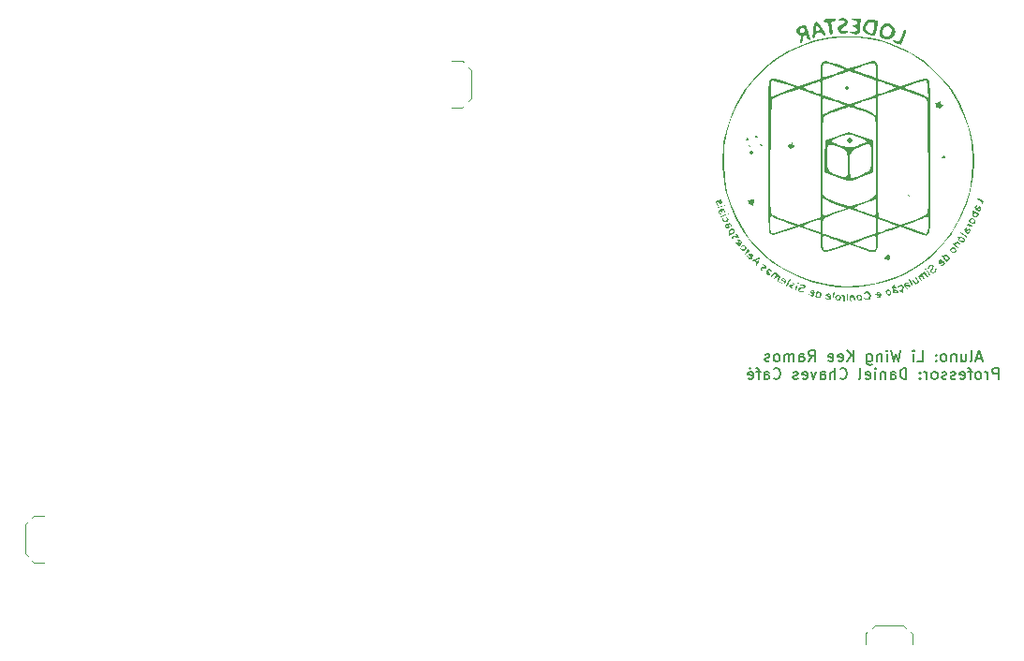
<source format=gbr>
%TF.GenerationSoftware,KiCad,Pcbnew,(6.0.1)*%
%TF.CreationDate,2022-03-12T11:24:15-03:00*%
%TF.ProjectId,magnetorquer_v2_2,6d61676e-6574-46f7-9271-7565725f7632,rev?*%
%TF.SameCoordinates,Original*%
%TF.FileFunction,Legend,Bot*%
%TF.FilePolarity,Positive*%
%FSLAX46Y46*%
G04 Gerber Fmt 4.6, Leading zero omitted, Abs format (unit mm)*
G04 Created by KiCad (PCBNEW (6.0.1)) date 2022-03-12 11:24:15*
%MOMM*%
%LPD*%
G01*
G04 APERTURE LIST*
%ADD10C,0.150000*%
%ADD11C,0.300000*%
%ADD12C,0.120000*%
G04 APERTURE END LIST*
D10*
X179354523Y-110639066D02*
X178878333Y-110639066D01*
X179449761Y-110924780D02*
X179116428Y-109924780D01*
X178783095Y-110924780D01*
X178306904Y-110924780D02*
X178402142Y-110877161D01*
X178449761Y-110781923D01*
X178449761Y-109924780D01*
X177497380Y-110258114D02*
X177497380Y-110924780D01*
X177925952Y-110258114D02*
X177925952Y-110781923D01*
X177878333Y-110877161D01*
X177783095Y-110924780D01*
X177640238Y-110924780D01*
X177545000Y-110877161D01*
X177497380Y-110829542D01*
X177021190Y-110258114D02*
X177021190Y-110924780D01*
X177021190Y-110353352D02*
X176973571Y-110305733D01*
X176878333Y-110258114D01*
X176735476Y-110258114D01*
X176640238Y-110305733D01*
X176592619Y-110400971D01*
X176592619Y-110924780D01*
X175973571Y-110924780D02*
X176068809Y-110877161D01*
X176116428Y-110829542D01*
X176164047Y-110734304D01*
X176164047Y-110448590D01*
X176116428Y-110353352D01*
X176068809Y-110305733D01*
X175973571Y-110258114D01*
X175830714Y-110258114D01*
X175735476Y-110305733D01*
X175687857Y-110353352D01*
X175640238Y-110448590D01*
X175640238Y-110734304D01*
X175687857Y-110829542D01*
X175735476Y-110877161D01*
X175830714Y-110924780D01*
X175973571Y-110924780D01*
X175211666Y-110829542D02*
X175164047Y-110877161D01*
X175211666Y-110924780D01*
X175259285Y-110877161D01*
X175211666Y-110829542D01*
X175211666Y-110924780D01*
X175211666Y-110305733D02*
X175164047Y-110353352D01*
X175211666Y-110400971D01*
X175259285Y-110353352D01*
X175211666Y-110305733D01*
X175211666Y-110400971D01*
X173497380Y-110924780D02*
X173973571Y-110924780D01*
X173973571Y-109924780D01*
X173164047Y-110924780D02*
X173164047Y-110258114D01*
X173164047Y-109924780D02*
X173211666Y-109972400D01*
X173164047Y-110020019D01*
X173116428Y-109972400D01*
X173164047Y-109924780D01*
X173164047Y-110020019D01*
X172021190Y-109924780D02*
X171783095Y-110924780D01*
X171592619Y-110210495D01*
X171402142Y-110924780D01*
X171164047Y-109924780D01*
X170783095Y-110924780D02*
X170783095Y-110258114D01*
X170783095Y-109924780D02*
X170830714Y-109972400D01*
X170783095Y-110020019D01*
X170735476Y-109972400D01*
X170783095Y-109924780D01*
X170783095Y-110020019D01*
X170306904Y-110258114D02*
X170306904Y-110924780D01*
X170306904Y-110353352D02*
X170259285Y-110305733D01*
X170164047Y-110258114D01*
X170021190Y-110258114D01*
X169925952Y-110305733D01*
X169878333Y-110400971D01*
X169878333Y-110924780D01*
X168973571Y-110258114D02*
X168973571Y-111067638D01*
X169021190Y-111162876D01*
X169068809Y-111210495D01*
X169164047Y-111258114D01*
X169306904Y-111258114D01*
X169402142Y-111210495D01*
X168973571Y-110877161D02*
X169068809Y-110924780D01*
X169259285Y-110924780D01*
X169354523Y-110877161D01*
X169402142Y-110829542D01*
X169449761Y-110734304D01*
X169449761Y-110448590D01*
X169402142Y-110353352D01*
X169354523Y-110305733D01*
X169259285Y-110258114D01*
X169068809Y-110258114D01*
X168973571Y-110305733D01*
X167735476Y-110924780D02*
X167735476Y-109924780D01*
X167164047Y-110924780D02*
X167592619Y-110353352D01*
X167164047Y-109924780D02*
X167735476Y-110496209D01*
X166354523Y-110877161D02*
X166449761Y-110924780D01*
X166640238Y-110924780D01*
X166735476Y-110877161D01*
X166783095Y-110781923D01*
X166783095Y-110400971D01*
X166735476Y-110305733D01*
X166640238Y-110258114D01*
X166449761Y-110258114D01*
X166354523Y-110305733D01*
X166306904Y-110400971D01*
X166306904Y-110496209D01*
X166783095Y-110591447D01*
X165497380Y-110877161D02*
X165592619Y-110924780D01*
X165783095Y-110924780D01*
X165878333Y-110877161D01*
X165925952Y-110781923D01*
X165925952Y-110400971D01*
X165878333Y-110305733D01*
X165783095Y-110258114D01*
X165592619Y-110258114D01*
X165497380Y-110305733D01*
X165449761Y-110400971D01*
X165449761Y-110496209D01*
X165925952Y-110591447D01*
X163687857Y-110924780D02*
X164021190Y-110448590D01*
X164259285Y-110924780D02*
X164259285Y-109924780D01*
X163878333Y-109924780D01*
X163783095Y-109972400D01*
X163735476Y-110020019D01*
X163687857Y-110115257D01*
X163687857Y-110258114D01*
X163735476Y-110353352D01*
X163783095Y-110400971D01*
X163878333Y-110448590D01*
X164259285Y-110448590D01*
X162830714Y-110924780D02*
X162830714Y-110400971D01*
X162878333Y-110305733D01*
X162973571Y-110258114D01*
X163164047Y-110258114D01*
X163259285Y-110305733D01*
X162830714Y-110877161D02*
X162925952Y-110924780D01*
X163164047Y-110924780D01*
X163259285Y-110877161D01*
X163306904Y-110781923D01*
X163306904Y-110686685D01*
X163259285Y-110591447D01*
X163164047Y-110543828D01*
X162925952Y-110543828D01*
X162830714Y-110496209D01*
X162354523Y-110924780D02*
X162354523Y-110258114D01*
X162354523Y-110353352D02*
X162306904Y-110305733D01*
X162211666Y-110258114D01*
X162068809Y-110258114D01*
X161973571Y-110305733D01*
X161925952Y-110400971D01*
X161925952Y-110924780D01*
X161925952Y-110400971D02*
X161878333Y-110305733D01*
X161783095Y-110258114D01*
X161640238Y-110258114D01*
X161545000Y-110305733D01*
X161497380Y-110400971D01*
X161497380Y-110924780D01*
X160878333Y-110924780D02*
X160973571Y-110877161D01*
X161021190Y-110829542D01*
X161068809Y-110734304D01*
X161068809Y-110448590D01*
X161021190Y-110353352D01*
X160973571Y-110305733D01*
X160878333Y-110258114D01*
X160735476Y-110258114D01*
X160640238Y-110305733D01*
X160592619Y-110353352D01*
X160545000Y-110448590D01*
X160545000Y-110734304D01*
X160592619Y-110829542D01*
X160640238Y-110877161D01*
X160735476Y-110924780D01*
X160878333Y-110924780D01*
X160164047Y-110877161D02*
X160068809Y-110924780D01*
X159878333Y-110924780D01*
X159783095Y-110877161D01*
X159735476Y-110781923D01*
X159735476Y-110734304D01*
X159783095Y-110639066D01*
X159878333Y-110591447D01*
X160021190Y-110591447D01*
X160116428Y-110543828D01*
X160164047Y-110448590D01*
X160164047Y-110400971D01*
X160116428Y-110305733D01*
X160021190Y-110258114D01*
X159878333Y-110258114D01*
X159783095Y-110305733D01*
X180854523Y-112534780D02*
X180854523Y-111534780D01*
X180473571Y-111534780D01*
X180378333Y-111582400D01*
X180330714Y-111630019D01*
X180283095Y-111725257D01*
X180283095Y-111868114D01*
X180330714Y-111963352D01*
X180378333Y-112010971D01*
X180473571Y-112058590D01*
X180854523Y-112058590D01*
X179854523Y-112534780D02*
X179854523Y-111868114D01*
X179854523Y-112058590D02*
X179806904Y-111963352D01*
X179759285Y-111915733D01*
X179664047Y-111868114D01*
X179568809Y-111868114D01*
X179092619Y-112534780D02*
X179187857Y-112487161D01*
X179235476Y-112439542D01*
X179283095Y-112344304D01*
X179283095Y-112058590D01*
X179235476Y-111963352D01*
X179187857Y-111915733D01*
X179092619Y-111868114D01*
X178949761Y-111868114D01*
X178854523Y-111915733D01*
X178806904Y-111963352D01*
X178759285Y-112058590D01*
X178759285Y-112344304D01*
X178806904Y-112439542D01*
X178854523Y-112487161D01*
X178949761Y-112534780D01*
X179092619Y-112534780D01*
X178473571Y-111868114D02*
X178092619Y-111868114D01*
X178330714Y-112534780D02*
X178330714Y-111677638D01*
X178283095Y-111582400D01*
X178187857Y-111534780D01*
X178092619Y-111534780D01*
X177378333Y-112487161D02*
X177473571Y-112534780D01*
X177664047Y-112534780D01*
X177759285Y-112487161D01*
X177806904Y-112391923D01*
X177806904Y-112010971D01*
X177759285Y-111915733D01*
X177664047Y-111868114D01*
X177473571Y-111868114D01*
X177378333Y-111915733D01*
X177330714Y-112010971D01*
X177330714Y-112106209D01*
X177806904Y-112201447D01*
X176949761Y-112487161D02*
X176854523Y-112534780D01*
X176664047Y-112534780D01*
X176568809Y-112487161D01*
X176521190Y-112391923D01*
X176521190Y-112344304D01*
X176568809Y-112249066D01*
X176664047Y-112201447D01*
X176806904Y-112201447D01*
X176902142Y-112153828D01*
X176949761Y-112058590D01*
X176949761Y-112010971D01*
X176902142Y-111915733D01*
X176806904Y-111868114D01*
X176664047Y-111868114D01*
X176568809Y-111915733D01*
X176140238Y-112487161D02*
X176045000Y-112534780D01*
X175854523Y-112534780D01*
X175759285Y-112487161D01*
X175711666Y-112391923D01*
X175711666Y-112344304D01*
X175759285Y-112249066D01*
X175854523Y-112201447D01*
X175997380Y-112201447D01*
X176092619Y-112153828D01*
X176140238Y-112058590D01*
X176140238Y-112010971D01*
X176092619Y-111915733D01*
X175997380Y-111868114D01*
X175854523Y-111868114D01*
X175759285Y-111915733D01*
X175140238Y-112534780D02*
X175235476Y-112487161D01*
X175283095Y-112439542D01*
X175330714Y-112344304D01*
X175330714Y-112058590D01*
X175283095Y-111963352D01*
X175235476Y-111915733D01*
X175140238Y-111868114D01*
X174997380Y-111868114D01*
X174902142Y-111915733D01*
X174854523Y-111963352D01*
X174806904Y-112058590D01*
X174806904Y-112344304D01*
X174854523Y-112439542D01*
X174902142Y-112487161D01*
X174997380Y-112534780D01*
X175140238Y-112534780D01*
X174378333Y-112534780D02*
X174378333Y-111868114D01*
X174378333Y-112058590D02*
X174330714Y-111963352D01*
X174283095Y-111915733D01*
X174187857Y-111868114D01*
X174092619Y-111868114D01*
X173759285Y-112439542D02*
X173711666Y-112487161D01*
X173759285Y-112534780D01*
X173806904Y-112487161D01*
X173759285Y-112439542D01*
X173759285Y-112534780D01*
X173759285Y-111915733D02*
X173711666Y-111963352D01*
X173759285Y-112010971D01*
X173806904Y-111963352D01*
X173759285Y-111915733D01*
X173759285Y-112010971D01*
X172521190Y-112534780D02*
X172521190Y-111534780D01*
X172283095Y-111534780D01*
X172140238Y-111582400D01*
X172045000Y-111677638D01*
X171997380Y-111772876D01*
X171949761Y-111963352D01*
X171949761Y-112106209D01*
X171997380Y-112296685D01*
X172045000Y-112391923D01*
X172140238Y-112487161D01*
X172283095Y-112534780D01*
X172521190Y-112534780D01*
X171092619Y-112534780D02*
X171092619Y-112010971D01*
X171140238Y-111915733D01*
X171235476Y-111868114D01*
X171425952Y-111868114D01*
X171521190Y-111915733D01*
X171092619Y-112487161D02*
X171187857Y-112534780D01*
X171425952Y-112534780D01*
X171521190Y-112487161D01*
X171568809Y-112391923D01*
X171568809Y-112296685D01*
X171521190Y-112201447D01*
X171425952Y-112153828D01*
X171187857Y-112153828D01*
X171092619Y-112106209D01*
X170616428Y-111868114D02*
X170616428Y-112534780D01*
X170616428Y-111963352D02*
X170568809Y-111915733D01*
X170473571Y-111868114D01*
X170330714Y-111868114D01*
X170235476Y-111915733D01*
X170187857Y-112010971D01*
X170187857Y-112534780D01*
X169711666Y-112534780D02*
X169711666Y-111868114D01*
X169711666Y-111534780D02*
X169759285Y-111582400D01*
X169711666Y-111630019D01*
X169664047Y-111582400D01*
X169711666Y-111534780D01*
X169711666Y-111630019D01*
X168854523Y-112487161D02*
X168949761Y-112534780D01*
X169140238Y-112534780D01*
X169235476Y-112487161D01*
X169283095Y-112391923D01*
X169283095Y-112010971D01*
X169235476Y-111915733D01*
X169140238Y-111868114D01*
X168949761Y-111868114D01*
X168854523Y-111915733D01*
X168806904Y-112010971D01*
X168806904Y-112106209D01*
X169283095Y-112201447D01*
X168235476Y-112534780D02*
X168330714Y-112487161D01*
X168378333Y-112391923D01*
X168378333Y-111534780D01*
X166521190Y-112439542D02*
X166568809Y-112487161D01*
X166711666Y-112534780D01*
X166806904Y-112534780D01*
X166949761Y-112487161D01*
X167045000Y-112391923D01*
X167092619Y-112296685D01*
X167140238Y-112106209D01*
X167140238Y-111963352D01*
X167092619Y-111772876D01*
X167045000Y-111677638D01*
X166949761Y-111582400D01*
X166806904Y-111534780D01*
X166711666Y-111534780D01*
X166568809Y-111582400D01*
X166521190Y-111630019D01*
X166092619Y-112534780D02*
X166092619Y-111534780D01*
X165664047Y-112534780D02*
X165664047Y-112010971D01*
X165711666Y-111915733D01*
X165806904Y-111868114D01*
X165949761Y-111868114D01*
X166045000Y-111915733D01*
X166092619Y-111963352D01*
X164759285Y-112534780D02*
X164759285Y-112010971D01*
X164806904Y-111915733D01*
X164902142Y-111868114D01*
X165092619Y-111868114D01*
X165187857Y-111915733D01*
X164759285Y-112487161D02*
X164854523Y-112534780D01*
X165092619Y-112534780D01*
X165187857Y-112487161D01*
X165235476Y-112391923D01*
X165235476Y-112296685D01*
X165187857Y-112201447D01*
X165092619Y-112153828D01*
X164854523Y-112153828D01*
X164759285Y-112106209D01*
X164378333Y-111868114D02*
X164140238Y-112534780D01*
X163902142Y-111868114D01*
X163140238Y-112487161D02*
X163235476Y-112534780D01*
X163425952Y-112534780D01*
X163521190Y-112487161D01*
X163568809Y-112391923D01*
X163568809Y-112010971D01*
X163521190Y-111915733D01*
X163425952Y-111868114D01*
X163235476Y-111868114D01*
X163140238Y-111915733D01*
X163092619Y-112010971D01*
X163092619Y-112106209D01*
X163568809Y-112201447D01*
X162711666Y-112487161D02*
X162616428Y-112534780D01*
X162425952Y-112534780D01*
X162330714Y-112487161D01*
X162283095Y-112391923D01*
X162283095Y-112344304D01*
X162330714Y-112249066D01*
X162425952Y-112201447D01*
X162568809Y-112201447D01*
X162664047Y-112153828D01*
X162711666Y-112058590D01*
X162711666Y-112010971D01*
X162664047Y-111915733D01*
X162568809Y-111868114D01*
X162425952Y-111868114D01*
X162330714Y-111915733D01*
X160521190Y-112439542D02*
X160568809Y-112487161D01*
X160711666Y-112534780D01*
X160806904Y-112534780D01*
X160949761Y-112487161D01*
X161045000Y-112391923D01*
X161092619Y-112296685D01*
X161140238Y-112106209D01*
X161140238Y-111963352D01*
X161092619Y-111772876D01*
X161045000Y-111677638D01*
X160949761Y-111582400D01*
X160806904Y-111534780D01*
X160711666Y-111534780D01*
X160568809Y-111582400D01*
X160521190Y-111630019D01*
X159664047Y-112534780D02*
X159664047Y-112010971D01*
X159711666Y-111915733D01*
X159806904Y-111868114D01*
X159997380Y-111868114D01*
X160092619Y-111915733D01*
X159664047Y-112487161D02*
X159759285Y-112534780D01*
X159997380Y-112534780D01*
X160092619Y-112487161D01*
X160140238Y-112391923D01*
X160140238Y-112296685D01*
X160092619Y-112201447D01*
X159997380Y-112153828D01*
X159759285Y-112153828D01*
X159664047Y-112106209D01*
X159330714Y-111868114D02*
X158949761Y-111868114D01*
X159187857Y-112534780D02*
X159187857Y-111677638D01*
X159140238Y-111582400D01*
X159045000Y-111534780D01*
X158949761Y-111534780D01*
X158235476Y-112487161D02*
X158330714Y-112534780D01*
X158521190Y-112534780D01*
X158616428Y-112487161D01*
X158664047Y-112391923D01*
X158664047Y-112010971D01*
X158616428Y-111915733D01*
X158521190Y-111868114D01*
X158330714Y-111868114D01*
X158235476Y-111915733D01*
X158187857Y-112010971D01*
X158187857Y-112106209D01*
X158664047Y-112201447D01*
X158330714Y-111487161D02*
X158473571Y-111630019D01*
D11*
%TO.C,.*%
X167386000Y-90866685D02*
X167313428Y-90939257D01*
X167386000Y-91011828D01*
X167458571Y-90939257D01*
X167386000Y-90866685D01*
X167386000Y-91011828D01*
G36*
X179176380Y-97345338D02*
G01*
X179085636Y-97368894D01*
X178914266Y-97292831D01*
X178804498Y-97212855D01*
X179023433Y-97212855D01*
X179054674Y-97228723D01*
X179138323Y-97180367D01*
X179180067Y-97056222D01*
X179165119Y-97021192D01*
X179079878Y-97068922D01*
X179035118Y-97125872D01*
X179023433Y-97212855D01*
X178804498Y-97212855D01*
X178732889Y-97160681D01*
X178682019Y-96999667D01*
X178799067Y-96833267D01*
X178878199Y-96782852D01*
X178926067Y-96817903D01*
X178922658Y-96845058D01*
X178840019Y-96961120D01*
X178813415Y-96984919D01*
X178806526Y-97099335D01*
X178874581Y-97111211D01*
X178984868Y-97004782D01*
X178999974Y-96983731D01*
X179114186Y-96881380D01*
X179225284Y-96920326D01*
X179226410Y-96921265D01*
X179296095Y-97038616D01*
X179291361Y-97056222D01*
X179248188Y-97216768D01*
X179176380Y-97345338D01*
G37*
G36*
X172800109Y-103466220D02*
G01*
X172883319Y-103571268D01*
X172995214Y-103767729D01*
X173048479Y-103879571D01*
X173109075Y-104048214D01*
X173101469Y-104114600D01*
X173045565Y-104072013D01*
X172948115Y-103925235D01*
X172850467Y-103732795D01*
X172783526Y-103557190D01*
X172778198Y-103460913D01*
X172800109Y-103466220D01*
G37*
G36*
X162042547Y-103574162D02*
G01*
X161934719Y-103815394D01*
X161905960Y-103871356D01*
X161783140Y-104044750D01*
X161674671Y-104114600D01*
X161657490Y-104114232D01*
X161608579Y-104083649D01*
X161690353Y-103981552D01*
X161768062Y-103882879D01*
X161823400Y-103737919D01*
X161842971Y-103662880D01*
X161950400Y-103521933D01*
X162013277Y-103474124D01*
X162068462Y-103465474D01*
X162042547Y-103574162D01*
G37*
G36*
X158283212Y-100794545D02*
G01*
X158312828Y-100832089D01*
X158310812Y-100942817D01*
X158184101Y-101107478D01*
X158053083Y-101226579D01*
X157951821Y-101275288D01*
X157938825Y-101225265D01*
X158042141Y-101081619D01*
X158129716Y-100959409D01*
X158182733Y-100810166D01*
X158200605Y-100740577D01*
X158283212Y-100794545D01*
G37*
G36*
X164769549Y-105113918D02*
G01*
X164661521Y-105160580D01*
X164466240Y-105158701D01*
X164300900Y-105092860D01*
X164300532Y-105068651D01*
X164332836Y-104925801D01*
X164334840Y-104918933D01*
X164448067Y-104918933D01*
X164482842Y-105047768D01*
X164584612Y-105080306D01*
X164698048Y-104968776D01*
X164739663Y-104862987D01*
X164702296Y-104749741D01*
X164640945Y-104727398D01*
X164508090Y-104773288D01*
X164448067Y-104918933D01*
X164334840Y-104918933D01*
X164398363Y-104701211D01*
X164440998Y-104576284D01*
X164498331Y-104453248D01*
X164524363Y-104464558D01*
X164560294Y-104552338D01*
X164702067Y-104647132D01*
X164707114Y-104648512D01*
X164839775Y-104757672D01*
X164854042Y-104862987D01*
X164863834Y-104935272D01*
X164769549Y-105113918D01*
G37*
G36*
X175624067Y-87506811D02*
G01*
X175648389Y-87620565D01*
X175772233Y-87691959D01*
X175838505Y-87694509D01*
X175874071Y-87720697D01*
X175772233Y-87807126D01*
X175685357Y-87893510D01*
X175624067Y-88026467D01*
X175603167Y-88088687D01*
X175507798Y-88036839D01*
X175426797Y-87995316D01*
X175243949Y-87996977D01*
X175197493Y-88013382D01*
X175137481Y-88004402D01*
X175186921Y-87884408D01*
X175233552Y-87749811D01*
X175175604Y-87606987D01*
X175120417Y-87529623D01*
X175200733Y-87540635D01*
X175308638Y-87539328D01*
X175475900Y-87453430D01*
X175541105Y-87399353D01*
X175610525Y-87381677D01*
X175624067Y-87506811D01*
G37*
G36*
X176236606Y-101858539D02*
G01*
X176177887Y-101913267D01*
X176153764Y-101892512D01*
X176042328Y-101780623D01*
X175873509Y-101604210D01*
X175768970Y-101487689D01*
X175979741Y-101487689D01*
X176045702Y-101614887D01*
X176145491Y-101709205D01*
X176257292Y-101730654D01*
X176301400Y-101614276D01*
X176301381Y-101612077D01*
X176238583Y-101486729D01*
X176108042Y-101412501D01*
X175989350Y-101435094D01*
X175979741Y-101487689D01*
X175768970Y-101487689D01*
X175760888Y-101478681D01*
X175685038Y-101361858D01*
X175740632Y-101351670D01*
X175845838Y-101366192D01*
X176020415Y-101307862D01*
X176057508Y-101281062D01*
X176172019Y-101270732D01*
X176321843Y-101388080D01*
X176436891Y-101515314D01*
X176447791Y-101611500D01*
X176445617Y-101614276D01*
X176346438Y-101740945D01*
X176236606Y-101858539D01*
G37*
G36*
X165689288Y-105221568D02*
G01*
X165612233Y-105328527D01*
X165570485Y-105345445D01*
X165492158Y-105377916D01*
X165402137Y-105363261D01*
X165274006Y-105283508D01*
X165210067Y-105195841D01*
X165236165Y-105165082D01*
X165340655Y-105218245D01*
X165444248Y-105278044D01*
X165564568Y-105233298D01*
X165575630Y-105221413D01*
X165581917Y-105144175D01*
X165433980Y-105083775D01*
X165258555Y-105012161D01*
X165224855Y-104915129D01*
X165231297Y-104909875D01*
X165379400Y-104909875D01*
X165394999Y-104931789D01*
X165506400Y-104991884D01*
X165571339Y-105005194D01*
X165633400Y-104958609D01*
X165619093Y-104920909D01*
X165506400Y-104876600D01*
X165448537Y-104880278D01*
X165379400Y-104909875D01*
X165231297Y-104909875D01*
X165358233Y-104806353D01*
X165530883Y-104756636D01*
X165669332Y-104830914D01*
X165698275Y-104958609D01*
X165718067Y-105045933D01*
X165689288Y-105221568D01*
G37*
G36*
X172765638Y-95819727D02*
G01*
X172830067Y-95901933D01*
X172827607Y-95922171D01*
X172745400Y-95986600D01*
X172725163Y-95984140D01*
X172660733Y-95901933D01*
X172663194Y-95881696D01*
X172745400Y-95817267D01*
X172765638Y-95819727D01*
G37*
G36*
X170269767Y-104912815D02*
G01*
X170204505Y-105089345D01*
X170123916Y-105163043D01*
X169953735Y-105209860D01*
X169818794Y-105121529D01*
X169814947Y-105067020D01*
X169940797Y-105084901D01*
X170054269Y-105103068D01*
X170120733Y-105051639D01*
X170068150Y-104992186D01*
X169909067Y-104961267D01*
X169751202Y-104936468D01*
X169707464Y-104848762D01*
X169754292Y-104791933D01*
X169866733Y-104791933D01*
X169869014Y-104812021D01*
X169946403Y-104876600D01*
X169970157Y-104873370D01*
X170078400Y-104791933D01*
X170086365Y-104748312D01*
X169998730Y-104707267D01*
X169935649Y-104717629D01*
X169866733Y-104791933D01*
X169754292Y-104791933D01*
X169823322Y-104708161D01*
X169898839Y-104662034D01*
X170073243Y-104655469D01*
X170203967Y-104748312D01*
X170211449Y-104753626D01*
X170269767Y-104912815D01*
G37*
G36*
X159161621Y-101953712D02*
G01*
X159140477Y-102007714D01*
X159045770Y-102216795D01*
X158974180Y-102328757D01*
X158941715Y-102324753D01*
X158964384Y-102185933D01*
X158945663Y-102010462D01*
X158823426Y-101888798D01*
X158652949Y-101880903D01*
X158585028Y-101899786D01*
X158521400Y-101881712D01*
X158522716Y-101875325D01*
X158561804Y-101840733D01*
X158956892Y-101840733D01*
X158984807Y-101909845D01*
X159068896Y-101885564D01*
X159147399Y-101779192D01*
X159161998Y-101705102D01*
X159098249Y-101678650D01*
X159067756Y-101692639D01*
X158964136Y-101812725D01*
X158956892Y-101840733D01*
X158561804Y-101840733D01*
X158607456Y-101800332D01*
X158782517Y-101699362D01*
X158989085Y-101600804D01*
X159168348Y-101533044D01*
X159261495Y-101524472D01*
X159268544Y-101561895D01*
X159241257Y-101705102D01*
X159238012Y-101722135D01*
X159161621Y-101953712D01*
G37*
G36*
X177606541Y-99315705D02*
G01*
X177847562Y-99478290D01*
X177870323Y-99494635D01*
X178003125Y-99625469D01*
X178029223Y-99724626D01*
X177962885Y-99737086D01*
X177854093Y-99633485D01*
X177749083Y-99521181D01*
X177617991Y-99457933D01*
X177557517Y-99441732D01*
X177454428Y-99326536D01*
X177436364Y-99254704D01*
X177477552Y-99244294D01*
X177606541Y-99315705D01*
G37*
G36*
X171540462Y-104781461D02*
G01*
X171373457Y-104772931D01*
X171294010Y-104686100D01*
X171287589Y-104622600D01*
X171433067Y-104622600D01*
X171450396Y-104645722D01*
X171565064Y-104707267D01*
X171583966Y-104704843D01*
X171644733Y-104622600D01*
X171628579Y-104582138D01*
X171512737Y-104537933D01*
X171452261Y-104550117D01*
X171433067Y-104622600D01*
X171287589Y-104622600D01*
X171269510Y-104443795D01*
X171267923Y-104398657D01*
X171475400Y-104432787D01*
X171511967Y-104439390D01*
X171720187Y-104511548D01*
X171798917Y-104608672D01*
X171789216Y-104622600D01*
X171728692Y-104709496D01*
X171540462Y-104781461D01*
G37*
G36*
X158371646Y-91333187D02*
G01*
X158436733Y-91414600D01*
X158435763Y-91433761D01*
X158399397Y-91499267D01*
X158385816Y-91495370D01*
X158309733Y-91414600D01*
X158296504Y-91381803D01*
X158347070Y-91329933D01*
X158371646Y-91333187D01*
G37*
G36*
X156317281Y-97850569D02*
G01*
X156416315Y-97933939D01*
X156447419Y-98091544D01*
X156392436Y-98245084D01*
X156348951Y-98287354D01*
X156172312Y-98344983D01*
X156003299Y-98284808D01*
X155912012Y-98124433D01*
X155914803Y-98004118D01*
X155972854Y-97933933D01*
X156009680Y-97948826D01*
X156015304Y-98052369D01*
X156014193Y-98055324D01*
X156023851Y-98189096D01*
X156133468Y-98241929D01*
X156282486Y-98183989D01*
X156357111Y-98089475D01*
X156310744Y-97965033D01*
X156267375Y-97896968D01*
X156300641Y-97849267D01*
X156317281Y-97850569D01*
G37*
G36*
X178193620Y-99352731D02*
G01*
X178088239Y-99391282D01*
X177935456Y-99312045D01*
X177802970Y-99199167D01*
X177787034Y-99148329D01*
X178030538Y-99148329D01*
X178066173Y-99238091D01*
X178103364Y-99251441D01*
X178209028Y-99199681D01*
X178236665Y-99115545D01*
X178184439Y-99045693D01*
X178070612Y-99094188D01*
X178030538Y-99148329D01*
X177787034Y-99148329D01*
X177750732Y-99032523D01*
X177867733Y-98865267D01*
X177892483Y-98846155D01*
X177980185Y-98819537D01*
X177982870Y-98891520D01*
X177893133Y-99017667D01*
X177844191Y-99077084D01*
X177854889Y-99117411D01*
X177947996Y-99086395D01*
X178081760Y-98990131D01*
X178107470Y-98967476D01*
X178223284Y-98906474D01*
X178319320Y-98975301D01*
X178319965Y-98976080D01*
X178362744Y-99103182D01*
X178355809Y-99115545D01*
X178272183Y-99264620D01*
X178193620Y-99352731D01*
G37*
G36*
X178358453Y-95457457D02*
G01*
X177977139Y-96745141D01*
X177440117Y-97993957D01*
X176747110Y-99190724D01*
X176610834Y-99389940D01*
X175998406Y-100167689D01*
X175275103Y-100937468D01*
X174481964Y-101661088D01*
X173660028Y-102300357D01*
X172850333Y-102817085D01*
X172575801Y-102964293D01*
X171631988Y-103390968D01*
X170606009Y-103751789D01*
X169560379Y-104026680D01*
X168557618Y-104195564D01*
X167943111Y-104237515D01*
X167206263Y-104239928D01*
X166431645Y-104203477D01*
X165683178Y-104131227D01*
X165024782Y-104026240D01*
X164124052Y-103806782D01*
X162824823Y-103352039D01*
X161610022Y-102756656D01*
X160487636Y-102028470D01*
X159465650Y-101175315D01*
X158552048Y-100205027D01*
X157754818Y-99125443D01*
X157081943Y-97944398D01*
X156541410Y-96669727D01*
X156141205Y-95309267D01*
X156131490Y-95266714D01*
X156030023Y-94673921D01*
X155958947Y-93972580D01*
X155919939Y-93216584D01*
X155917711Y-92896267D01*
X156028197Y-92896267D01*
X156029399Y-93077516D01*
X156113500Y-94410023D01*
X156334865Y-95659070D01*
X156700216Y-96847167D01*
X157216274Y-97996822D01*
X157889759Y-99130543D01*
X158305889Y-99714786D01*
X159196798Y-100749061D01*
X160198346Y-101660871D01*
X161299140Y-102442612D01*
X162487787Y-103086681D01*
X163752893Y-103585474D01*
X165083067Y-103931387D01*
X165637732Y-104026677D01*
X166983684Y-104145132D01*
X168301931Y-104106313D01*
X169582817Y-103918145D01*
X170816687Y-103588555D01*
X171993886Y-103125470D01*
X173104759Y-102536818D01*
X174139649Y-101830523D01*
X175088903Y-101014513D01*
X175942863Y-100096715D01*
X176691876Y-99085056D01*
X177326286Y-97987461D01*
X177836436Y-96811858D01*
X178212673Y-95566174D01*
X178445340Y-94258334D01*
X178524783Y-92896267D01*
X178520320Y-92567534D01*
X178401372Y-91177005D01*
X178122440Y-89837870D01*
X177686055Y-88556550D01*
X177094753Y-87339463D01*
X176351065Y-86193031D01*
X175457526Y-85123672D01*
X175015158Y-84678736D01*
X173998595Y-83820970D01*
X172910475Y-83105124D01*
X171763656Y-82530318D01*
X170570997Y-82095669D01*
X169345354Y-81800296D01*
X168099586Y-81643320D01*
X166846549Y-81623857D01*
X165599103Y-81741029D01*
X164370103Y-81993952D01*
X163172409Y-82381746D01*
X162018878Y-82903531D01*
X160922367Y-83558424D01*
X159895734Y-84345544D01*
X158951837Y-85264011D01*
X158103534Y-86312944D01*
X157888858Y-86622699D01*
X157207207Y-87773408D01*
X156684522Y-88962776D01*
X156316596Y-90204146D01*
X156099223Y-91510862D01*
X156028197Y-92896267D01*
X155917711Y-92896267D01*
X155914676Y-92459825D01*
X155944834Y-91756197D01*
X156012090Y-91159593D01*
X156214327Y-90183070D01*
X156624618Y-88872758D01*
X157174643Y-87639069D01*
X157855244Y-86491193D01*
X158657265Y-85438322D01*
X159571549Y-84489645D01*
X160588938Y-83654354D01*
X161700274Y-82941637D01*
X162896402Y-82360686D01*
X164168163Y-81920692D01*
X165506400Y-81630844D01*
X165982250Y-81570054D01*
X167011766Y-81511382D01*
X168074118Y-81537396D01*
X169108007Y-81645376D01*
X170052138Y-81832602D01*
X171230261Y-82199386D01*
X172418089Y-82721125D01*
X173565225Y-83393213D01*
X173614633Y-83426149D01*
X174227206Y-83878054D01*
X174862445Y-84416936D01*
X175477007Y-85001746D01*
X176027551Y-85591437D01*
X176470733Y-86144958D01*
X176691332Y-86462613D01*
X177392144Y-87653291D01*
X177939204Y-88897372D01*
X178332233Y-90181673D01*
X178570951Y-91493013D01*
X178655081Y-92818212D01*
X178650916Y-92896267D01*
X178584341Y-94144087D01*
X178358453Y-95457457D01*
G37*
G36*
X155852100Y-97574100D02*
G01*
X155850689Y-97578310D01*
X155769416Y-97676282D01*
X155670315Y-97631128D01*
X155590554Y-97459179D01*
X155589864Y-97430930D01*
X155642733Y-97430930D01*
X155645157Y-97449832D01*
X155727400Y-97510600D01*
X155767862Y-97494445D01*
X155812067Y-97378603D01*
X155799883Y-97318127D01*
X155727400Y-97298933D01*
X155704278Y-97316263D01*
X155642733Y-97430930D01*
X155589864Y-97430930D01*
X155585916Y-97269230D01*
X155703355Y-97132476D01*
X155939067Y-97107948D01*
X156051823Y-97157565D01*
X156128723Y-97341267D01*
X156149046Y-97552933D01*
X156052327Y-97341267D01*
X155996955Y-97227403D01*
X155952660Y-97193121D01*
X155921213Y-97298933D01*
X155903523Y-97378603D01*
X155897943Y-97403735D01*
X155852100Y-97574100D01*
G37*
G36*
X169187460Y-104705326D02*
G01*
X169305985Y-104844002D01*
X169349748Y-105012293D01*
X169268372Y-105225907D01*
X169180074Y-105316861D01*
X168995855Y-105370128D01*
X168809490Y-105335803D01*
X168695328Y-105215267D01*
X168684927Y-105181209D01*
X168692204Y-105132260D01*
X168793553Y-105203572D01*
X168834047Y-105233526D01*
X169015193Y-105282735D01*
X169142240Y-105191482D01*
X169173904Y-104983639D01*
X169150229Y-104888655D01*
X169038380Y-104746906D01*
X168888727Y-104711081D01*
X168756342Y-104804769D01*
X168707632Y-104864830D01*
X168682697Y-104816079D01*
X168715942Y-104735892D01*
X168848793Y-104623638D01*
X168883405Y-104606516D01*
X169030839Y-104590764D01*
X169187460Y-104705326D01*
G37*
G36*
X157868674Y-100926149D02*
G01*
X157707599Y-100943469D01*
X157558692Y-100793491D01*
X157532528Y-100734454D01*
X157538297Y-100690597D01*
X157590067Y-100690597D01*
X157608861Y-100752536D01*
X157718193Y-100808077D01*
X157860547Y-100784141D01*
X157960581Y-100682395D01*
X157945313Y-100558033D01*
X157829338Y-100486743D01*
X157678788Y-100513761D01*
X157644306Y-100544719D01*
X157590067Y-100690597D01*
X157538297Y-100690597D01*
X157554550Y-100567043D01*
X157684237Y-100440116D01*
X157878126Y-100406347D01*
X157892496Y-100408721D01*
X158045273Y-100500768D01*
X158072897Y-100664041D01*
X158062204Y-100682395D01*
X157965468Y-100848436D01*
X157868674Y-100926149D01*
G37*
G36*
X166762158Y-104902504D02*
G01*
X166853868Y-104934999D01*
X166952658Y-104961267D01*
X166953033Y-104961281D01*
X166977789Y-105036769D01*
X166988067Y-105215267D01*
X166988059Y-105218566D01*
X166959889Y-105395740D01*
X166893525Y-105469267D01*
X166845024Y-105435218D01*
X166843655Y-105298444D01*
X166844983Y-105173478D01*
X166747697Y-104985681D01*
X166681600Y-104917283D01*
X166657543Y-104869912D01*
X166762158Y-104902504D01*
G37*
G36*
X158978503Y-90497003D02*
G01*
X159074849Y-90579403D01*
X159055321Y-90683124D01*
X159050909Y-90687444D01*
X158926387Y-90730012D01*
X158829449Y-90610267D01*
X158819386Y-90540885D01*
X158900061Y-90483267D01*
X158978503Y-90497003D01*
G37*
G36*
X172212839Y-104109796D02*
G01*
X172291443Y-104274532D01*
X172254091Y-104458003D01*
X172202037Y-104567499D01*
X172241679Y-104622600D01*
X172274281Y-104630878D01*
X172276325Y-104712782D01*
X172203580Y-104743324D01*
X172050312Y-104649282D01*
X171978766Y-104581404D01*
X171935589Y-104503947D01*
X172016384Y-104468225D01*
X172087133Y-104429225D01*
X172146688Y-104305867D01*
X172133777Y-104175275D01*
X172042667Y-104114600D01*
X171981073Y-104125900D01*
X171831000Y-104216200D01*
X171758065Y-104272577D01*
X171729400Y-104219179D01*
X171759244Y-104145808D01*
X171888077Y-104035636D01*
X172062042Y-104014296D01*
X172212839Y-104109796D01*
G37*
G36*
X156150733Y-96790933D02*
G01*
X156108400Y-96833267D01*
X156066067Y-96790933D01*
X156108400Y-96748600D01*
X156150733Y-96790933D01*
G37*
G36*
X176007352Y-92349631D02*
G01*
X176019157Y-92375380D01*
X176005067Y-92515267D01*
X175918038Y-92587923D01*
X175795942Y-92581581D01*
X175736956Y-92476577D01*
X175787798Y-92356056D01*
X175903559Y-92298929D01*
X176007352Y-92349631D01*
G37*
G36*
X159469568Y-91259679D02*
G01*
X159537400Y-91369609D01*
X159519628Y-91432209D01*
X159410400Y-91445218D01*
X159350779Y-91413431D01*
X159283400Y-91320875D01*
X159297659Y-91286172D01*
X159410400Y-91245267D01*
X159469568Y-91259679D01*
G37*
G36*
X172420861Y-80916037D02*
G01*
X172518158Y-80980136D01*
X172510877Y-81166226D01*
X172398865Y-81479785D01*
X172336217Y-81625289D01*
X172223802Y-81891284D01*
X172146691Y-82080100D01*
X172078930Y-82201076D01*
X171982776Y-82270600D01*
X171944141Y-82267728D01*
X171756923Y-82215075D01*
X171547310Y-82119847D01*
X171376593Y-82013222D01*
X171306067Y-81926379D01*
X171331098Y-81876194D01*
X171469812Y-81876237D01*
X171739066Y-81969306D01*
X171782076Y-81978446D01*
X171871344Y-81929638D01*
X171975053Y-81768665D01*
X172111601Y-81470912D01*
X172122488Y-81445461D01*
X172246391Y-81177710D01*
X172350919Y-80987985D01*
X172414438Y-80915933D01*
X172420861Y-80916037D01*
G37*
G36*
X158654236Y-91955344D02*
G01*
X158701444Y-92021110D01*
X158656515Y-92141680D01*
X158551860Y-92201169D01*
X158415117Y-92173535D01*
X158352067Y-92047597D01*
X158384417Y-91953460D01*
X158508112Y-91897160D01*
X158654236Y-91955344D01*
G37*
G36*
X172787733Y-103786667D02*
G01*
X172597233Y-103863238D01*
X172545637Y-103885522D01*
X172420679Y-103969179D01*
X172444296Y-104015269D01*
X172613211Y-103996468D01*
X172653238Y-103988169D01*
X172824825Y-104004198D01*
X172896503Y-104096220D01*
X172833575Y-104227810D01*
X172782745Y-104268012D01*
X172760519Y-104241600D01*
X172736003Y-104145947D01*
X172565700Y-104114600D01*
X172519395Y-104136396D01*
X172576067Y-104241600D01*
X172627988Y-104322225D01*
X172589413Y-104368600D01*
X172542086Y-104355285D01*
X172430847Y-104236914D01*
X172355876Y-104058347D01*
X172355223Y-103896317D01*
X172424307Y-103823686D01*
X172594576Y-103781300D01*
X172787733Y-103786667D01*
G37*
G36*
X157226027Y-99408891D02*
G01*
X157336739Y-99543856D01*
X157342210Y-99554208D01*
X157381924Y-99692508D01*
X157296306Y-99764995D01*
X157206716Y-99775756D01*
X157038655Y-99711038D01*
X157030689Y-99704480D01*
X156935917Y-99652846D01*
X156912733Y-99736844D01*
X156923568Y-99798480D01*
X157018567Y-99909860D01*
X157064838Y-99934252D01*
X157028934Y-99959249D01*
X156958058Y-99941070D01*
X156825089Y-99835345D01*
X156772245Y-99742897D01*
X156789307Y-99613764D01*
X156907587Y-99556613D01*
X157084180Y-99608937D01*
X157216100Y-99661078D01*
X157245642Y-99608138D01*
X157149800Y-99474867D01*
X157093423Y-99401931D01*
X157146821Y-99373267D01*
X157226027Y-99408891D01*
G37*
G36*
X171473996Y-81348443D02*
G01*
X171254070Y-81652960D01*
X171155542Y-81742582D01*
X170974636Y-81828556D01*
X170733408Y-81817711D01*
X170709638Y-81813595D01*
X170371825Y-81681389D01*
X170158874Y-81447421D01*
X170084639Y-81136999D01*
X170088179Y-81120660D01*
X170372876Y-81120660D01*
X170410102Y-81352010D01*
X170538501Y-81505621D01*
X170552767Y-81513053D01*
X170819330Y-81575846D01*
X171036713Y-81494226D01*
X171175478Y-81290977D01*
X171206189Y-80988882D01*
X171144915Y-80785010D01*
X170982840Y-80625294D01*
X170768280Y-80591023D01*
X170546631Y-80701946D01*
X170426170Y-80876107D01*
X170372876Y-81120660D01*
X170088179Y-81120660D01*
X170162970Y-80775434D01*
X170193625Y-80712698D01*
X170395749Y-80499124D01*
X170668745Y-80396201D01*
X170965206Y-80404581D01*
X171237724Y-80524918D01*
X171438892Y-80757864D01*
X171511230Y-80988882D01*
X171526451Y-81037492D01*
X171473996Y-81348443D01*
G37*
G36*
X166110381Y-79929010D02*
G01*
X166141400Y-80015855D01*
X166102851Y-80107525D01*
X165928733Y-80153933D01*
X165865405Y-80155220D01*
X165768337Y-80184773D01*
X165741795Y-80288895D01*
X165764731Y-80513767D01*
X165774291Y-80582793D01*
X165816144Y-80858699D01*
X165852989Y-81067994D01*
X165866706Y-81203117D01*
X165842660Y-81343160D01*
X165776228Y-81411607D01*
X165671183Y-81393142D01*
X165597302Y-81233433D01*
X165584896Y-81167879D01*
X165545799Y-80925492D01*
X165505835Y-80640767D01*
X165493125Y-80548487D01*
X165448184Y-80347413D01*
X165375510Y-80258575D01*
X165247212Y-80238600D01*
X165114049Y-80213916D01*
X165040733Y-80111600D01*
X165087732Y-80025218D01*
X165273567Y-79983668D01*
X165288510Y-79983511D01*
X165542547Y-79966487D01*
X165823900Y-79930257D01*
X165989213Y-79909384D01*
X166110381Y-79929010D01*
G37*
G36*
X169867240Y-80828012D02*
G01*
X169857739Y-80888906D01*
X169798590Y-81221841D01*
X169730044Y-81416160D01*
X169622372Y-81497137D01*
X169445843Y-81490049D01*
X169170730Y-81420171D01*
X168938843Y-81323976D01*
X168700712Y-81105938D01*
X168608831Y-80851355D01*
X168871196Y-80851355D01*
X169020067Y-81085267D01*
X169209219Y-81233747D01*
X169380120Y-81254531D01*
X169506058Y-81113975D01*
X169591138Y-80810100D01*
X169617517Y-80636904D01*
X169639795Y-80415239D01*
X169634932Y-80302100D01*
X169524922Y-80235857D01*
X169333362Y-80241022D01*
X169129999Y-80308972D01*
X168982534Y-80426772D01*
X168887329Y-80601410D01*
X168871196Y-80851355D01*
X168608831Y-80851355D01*
X168600527Y-80828346D01*
X168647185Y-80524256D01*
X168849581Y-80226726D01*
X168926783Y-80151705D01*
X169081039Y-80038756D01*
X169248665Y-80006505D01*
X169505748Y-80032421D01*
X169639250Y-80053099D01*
X169845692Y-80091556D01*
X169941090Y-80119194D01*
X169944665Y-80130867D01*
X169939796Y-80263861D01*
X169923042Y-80415239D01*
X169912551Y-80510027D01*
X169867240Y-80828012D01*
G37*
G36*
X174362820Y-103021621D02*
G01*
X174366239Y-103026084D01*
X174479145Y-103200154D01*
X174515141Y-103306605D01*
X174474838Y-103317382D01*
X174358845Y-103204433D01*
X174263619Y-103107728D01*
X174127434Y-103024720D01*
X174042548Y-103033078D01*
X174048675Y-103140933D01*
X174103998Y-103281819D01*
X174154010Y-103441210D01*
X174129320Y-103462129D01*
X174029072Y-103353865D01*
X173932946Y-103257810D01*
X173812357Y-103208920D01*
X173765029Y-103274944D01*
X173828105Y-103439968D01*
X173889693Y-103552812D01*
X173927917Y-103668951D01*
X173913265Y-103679850D01*
X173835781Y-103618367D01*
X173728402Y-103495146D01*
X173633155Y-103360680D01*
X173592067Y-103265459D01*
X173601881Y-103242264D01*
X173709976Y-103138810D01*
X173899036Y-103007360D01*
X174206005Y-102817643D01*
X174362820Y-103021621D01*
G37*
G36*
X165230258Y-81320087D02*
G01*
X165246786Y-81433017D01*
X165163003Y-81453479D01*
X165007764Y-81348063D01*
X164980508Y-81323282D01*
X164796871Y-81221304D01*
X164572196Y-81241951D01*
X164394137Y-81326697D01*
X164290106Y-81472355D01*
X164259002Y-81568254D01*
X164163106Y-81696929D01*
X164149836Y-81704639D01*
X164074976Y-81693789D01*
X164046893Y-81551877D01*
X164065169Y-81268226D01*
X164129388Y-80832156D01*
X164138123Y-80788933D01*
X164363400Y-80788933D01*
X164363505Y-80813721D01*
X164384603Y-81017347D01*
X164457757Y-81075994D01*
X164605164Y-81009954D01*
X164648934Y-80974807D01*
X164664441Y-80881409D01*
X164574260Y-80714917D01*
X164569146Y-80707143D01*
X164459755Y-80555354D01*
X164395996Y-80492600D01*
X164391759Y-80495110D01*
X164371600Y-80592931D01*
X164363400Y-80788933D01*
X164138123Y-80788933D01*
X164199156Y-80486919D01*
X164277769Y-80260268D01*
X164363400Y-80178108D01*
X164456532Y-80226390D01*
X164610434Y-80383575D01*
X164792654Y-80611165D01*
X164975295Y-80869533D01*
X164982680Y-80881409D01*
X165130462Y-81119050D01*
X165230258Y-81320087D01*
G37*
G36*
X174934637Y-102202880D02*
G01*
X174994525Y-102327228D01*
X174909305Y-102524623D01*
X174803992Y-102699332D01*
X174796276Y-102811575D01*
X174912327Y-102844600D01*
X174998889Y-102812966D01*
X175091535Y-102675267D01*
X175131559Y-102576395D01*
X175210608Y-102505933D01*
X175256564Y-102513526D01*
X175276695Y-102587268D01*
X175197755Y-102765499D01*
X175071763Y-102889181D01*
X174902782Y-102932602D01*
X174755643Y-102891162D01*
X174692733Y-102764930D01*
X174706275Y-102667686D01*
X174777400Y-102548267D01*
X174851412Y-102441589D01*
X174848648Y-102313704D01*
X174769474Y-102251933D01*
X174707502Y-102283408D01*
X174632848Y-102420314D01*
X174590950Y-102512403D01*
X174513545Y-102542176D01*
X174476672Y-102472802D01*
X174521774Y-102342238D01*
X174635025Y-102220804D01*
X174775382Y-102167267D01*
X174934637Y-102202880D01*
G37*
G36*
X155815906Y-96693623D02*
G01*
X155790912Y-96714770D01*
X155689903Y-96716535D01*
X155555378Y-96579267D01*
X155523641Y-96539211D01*
X155475471Y-96494600D01*
X155642733Y-96494600D01*
X155645194Y-96514837D01*
X155727400Y-96579267D01*
X155747638Y-96576806D01*
X155812067Y-96494600D01*
X155809607Y-96474362D01*
X155727400Y-96409933D01*
X155707163Y-96412393D01*
X155642733Y-96494600D01*
X155475471Y-96494600D01*
X155423355Y-96446334D01*
X155390616Y-96498833D01*
X155400584Y-96568373D01*
X155490333Y-96731667D01*
X155546710Y-96804602D01*
X155493312Y-96833267D01*
X155468508Y-96830449D01*
X155348974Y-96737055D01*
X155280836Y-96571126D01*
X155301430Y-96414200D01*
X155356103Y-96363700D01*
X155507189Y-96352605D01*
X155580052Y-96367621D01*
X155642733Y-96322609D01*
X155644615Y-96304831D01*
X155721695Y-96240600D01*
X155775246Y-96262083D01*
X155846888Y-96388335D01*
X155858796Y-96494600D01*
X155866006Y-96558941D01*
X155815906Y-96693623D01*
G37*
G36*
X156489400Y-97552933D02*
G01*
X156447067Y-97595267D01*
X156404733Y-97552933D01*
X156447067Y-97510600D01*
X156489400Y-97552933D01*
G37*
G36*
X167234799Y-104791933D02*
G01*
X167235465Y-104793118D01*
X167273549Y-104963684D01*
X167264948Y-105194100D01*
X167224534Y-105379802D01*
X167173375Y-105461341D01*
X167136401Y-105383621D01*
X167130109Y-105151817D01*
X167131295Y-105126861D01*
X167145942Y-104862691D01*
X167162618Y-104737570D01*
X167189509Y-104723364D01*
X167234799Y-104791933D01*
G37*
G36*
X158597258Y-101583409D02*
G01*
X158484223Y-101686432D01*
X158386025Y-101705442D01*
X158260512Y-101610699D01*
X158148224Y-101488717D01*
X158102298Y-101367455D01*
X158182733Y-101320600D01*
X158221683Y-101334928D01*
X158267400Y-101447600D01*
X158287073Y-101512292D01*
X158407522Y-101574600D01*
X158475068Y-101571670D01*
X158500495Y-101534601D01*
X158407522Y-101419766D01*
X158333648Y-101320600D01*
X158479067Y-101320600D01*
X158496444Y-101345938D01*
X158568730Y-101405267D01*
X158577180Y-101403065D01*
X158606067Y-101320600D01*
X158602621Y-101297394D01*
X158516403Y-101235933D01*
X158485780Y-101242581D01*
X158479067Y-101320600D01*
X158333648Y-101320600D01*
X158286156Y-101256849D01*
X158305343Y-101174211D01*
X158470008Y-101151267D01*
X158536603Y-101156026D01*
X158692413Y-101238315D01*
X158705123Y-101320600D01*
X158716389Y-101393535D01*
X158597258Y-101583409D01*
G37*
G36*
X164190784Y-104882733D02*
G01*
X164123718Y-104980208D01*
X164028679Y-105045933D01*
X163918825Y-105030282D01*
X163757222Y-104955560D01*
X163686067Y-104857174D01*
X163712165Y-104826416D01*
X163816655Y-104879578D01*
X163913122Y-104936554D01*
X164036845Y-104898355D01*
X164064540Y-104820421D01*
X163943929Y-104750826D01*
X163918697Y-104741936D01*
X163803062Y-104645802D01*
X163809602Y-104622600D01*
X163897733Y-104622600D01*
X163915063Y-104645722D01*
X164029730Y-104707267D01*
X164048633Y-104704843D01*
X164109400Y-104622600D01*
X164093246Y-104582138D01*
X163977403Y-104537933D01*
X163916927Y-104550117D01*
X163897733Y-104622600D01*
X163809602Y-104622600D01*
X163833145Y-104539077D01*
X163999422Y-104469957D01*
X164021030Y-104467593D01*
X164178033Y-104520775D01*
X164220252Y-104622600D01*
X164242108Y-104675312D01*
X164190784Y-104882733D01*
G37*
G36*
X168395650Y-80164517D02*
G01*
X168378614Y-80274037D01*
X168352869Y-80566474D01*
X168342733Y-80884183D01*
X168339239Y-81058115D01*
X168304087Y-81248608D01*
X168203759Y-81336916D01*
X168005358Y-81342882D01*
X167675983Y-81286350D01*
X167481786Y-81228051D01*
X167420776Y-81160547D01*
X167514516Y-81107042D01*
X167755955Y-81085267D01*
X167793381Y-81085153D01*
X167992988Y-81071350D01*
X168072087Y-81016443D01*
X168073455Y-80894767D01*
X168005018Y-80747630D01*
X167813567Y-80677476D01*
X167695689Y-80654869D01*
X167589326Y-80588657D01*
X167637044Y-80522598D01*
X167834733Y-80492600D01*
X167945188Y-80487545D01*
X168061396Y-80432205D01*
X168088733Y-80280933D01*
X168074838Y-80156246D01*
X167992798Y-80085081D01*
X167792400Y-80069267D01*
X167753510Y-80068535D01*
X167570496Y-80040562D01*
X167496067Y-79984600D01*
X167541067Y-79948778D01*
X167714023Y-79913559D01*
X167972317Y-79899933D01*
X168448567Y-79899933D01*
X168395650Y-80164517D01*
G37*
G36*
X156207191Y-97645062D02*
G01*
X156113385Y-97723430D01*
X155988179Y-97801090D01*
X155838218Y-97849267D01*
X155829104Y-97849215D01*
X155732407Y-97827805D01*
X155792565Y-97772253D01*
X156002567Y-97689379D01*
X156007560Y-97687714D01*
X156177907Y-97634998D01*
X156207191Y-97645062D01*
G37*
G36*
X158201846Y-90722512D02*
G01*
X158231221Y-90766237D01*
X158225067Y-90906600D01*
X158182744Y-90951739D01*
X158078955Y-90921354D01*
X158049580Y-90877629D01*
X158055733Y-90737267D01*
X158098056Y-90692127D01*
X158201846Y-90722512D01*
G37*
G36*
X162244159Y-91184424D02*
G01*
X162262309Y-91267567D01*
X162367187Y-91381470D01*
X162398529Y-91395061D01*
X162436324Y-91456595D01*
X162346021Y-91572856D01*
X162275335Y-91632323D01*
X162084662Y-91692506D01*
X161926613Y-91625686D01*
X161853165Y-91445311D01*
X161869469Y-91297945D01*
X161956759Y-91278324D01*
X162038029Y-91277786D01*
X162157253Y-91178250D01*
X162186630Y-91128862D01*
X162233686Y-91080518D01*
X162244159Y-91184424D01*
G37*
G36*
X174325845Y-102534155D02*
G01*
X174339090Y-102559622D01*
X174269400Y-102590600D01*
X174224578Y-102584490D01*
X174212956Y-102534155D01*
X174225365Y-102524022D01*
X174325845Y-102534155D01*
G37*
G36*
X171475400Y-104025535D02*
G01*
X171467593Y-104056864D01*
X171369567Y-104143193D01*
X171355184Y-104175911D01*
X171475400Y-104197949D01*
X171687067Y-104210000D01*
X171267834Y-104396147D01*
X171260775Y-104195401D01*
X171288601Y-104057470D01*
X171356008Y-103996396D01*
X171413651Y-103983653D01*
X171475400Y-104025535D01*
G37*
G36*
X174682184Y-87718322D02*
G01*
X174686538Y-88391720D01*
X174689561Y-89190557D01*
X174691462Y-90125807D01*
X174692450Y-91208443D01*
X174692733Y-92449439D01*
X174692732Y-92716194D01*
X174692600Y-93910156D01*
X174692063Y-94948321D01*
X174691113Y-95647252D01*
X174690848Y-95841914D01*
X174688679Y-96602156D01*
X174685283Y-97240270D01*
X174680384Y-97767477D01*
X174673708Y-98195001D01*
X174666699Y-98467333D01*
X174664981Y-98534064D01*
X174653928Y-98795887D01*
X174640275Y-98991695D01*
X174623747Y-99132708D01*
X174604070Y-99230149D01*
X174580970Y-99295241D01*
X174554171Y-99339206D01*
X174523400Y-99373267D01*
X174387366Y-99488125D01*
X174274712Y-99542600D01*
X174257410Y-99539830D01*
X174108798Y-99497263D01*
X173841844Y-99411250D01*
X173487831Y-99292057D01*
X173078038Y-99149946D01*
X171960718Y-98757292D01*
X171400559Y-98951242D01*
X171112635Y-99051788D01*
X170722815Y-99189863D01*
X170395900Y-99307646D01*
X170286032Y-99347800D01*
X169951400Y-99470100D01*
X169951400Y-100135302D01*
X169951319Y-100154430D01*
X169951051Y-100217312D01*
X169935543Y-100575011D01*
X169893110Y-100802957D01*
X169818353Y-100933552D01*
X169817868Y-100934037D01*
X169720611Y-101011692D01*
X169603200Y-101049439D01*
X169438033Y-101043160D01*
X169197509Y-100988739D01*
X168854028Y-100882058D01*
X168379989Y-100719000D01*
X167390131Y-100371401D01*
X166363599Y-100719949D01*
X166108601Y-100806162D01*
X165646383Y-100954318D01*
X165312089Y-101035651D01*
X165083641Y-101042473D01*
X164938960Y-100967098D01*
X164855968Y-100801836D01*
X164812585Y-100539002D01*
X164786733Y-100170907D01*
X164767880Y-99844456D01*
X164966799Y-99844456D01*
X164973483Y-100188269D01*
X164983652Y-100431915D01*
X165003146Y-100670040D01*
X165039147Y-100798877D01*
X165104004Y-100854078D01*
X165210067Y-100871295D01*
X165226331Y-100871529D01*
X165398737Y-100842936D01*
X165672962Y-100773417D01*
X166004730Y-100676924D01*
X166349765Y-100567413D01*
X166663792Y-100458837D01*
X166902535Y-100365152D01*
X166997312Y-100313590D01*
X167771280Y-100313590D01*
X167814742Y-100333586D01*
X168001397Y-100407470D01*
X168285360Y-100513013D01*
X168624646Y-100634430D01*
X168828317Y-100704865D01*
X169206145Y-100824354D01*
X169464698Y-100883666D01*
X169629386Y-100887568D01*
X169725622Y-100840822D01*
X169729681Y-100835139D01*
X169756227Y-100708898D01*
X169774967Y-100466445D01*
X169782067Y-100154430D01*
X169781176Y-100020204D01*
X169767285Y-99734647D01*
X169733581Y-99588949D01*
X169676233Y-99561643D01*
X169565736Y-99599994D01*
X169327776Y-99682256D01*
X168999900Y-99795449D01*
X168617947Y-99927195D01*
X168614945Y-99928231D01*
X168250520Y-100061282D01*
X167971576Y-100177553D01*
X167803401Y-100265503D01*
X167780341Y-100300025D01*
X167771280Y-100313590D01*
X166997312Y-100313590D01*
X167021718Y-100300312D01*
X167021976Y-100300025D01*
X166963017Y-100255638D01*
X166773048Y-100170453D01*
X166481416Y-100056610D01*
X166117465Y-99926247D01*
X165753520Y-99800708D01*
X165421771Y-99686154D01*
X165177953Y-99601830D01*
X165058150Y-99560204D01*
X165018528Y-99561857D01*
X164980687Y-99644014D01*
X164966799Y-99844456D01*
X164767880Y-99844456D01*
X164744400Y-99437887D01*
X163770733Y-99095751D01*
X162797067Y-98753616D01*
X161649977Y-99152004D01*
X161511161Y-99199938D01*
X161041125Y-99354593D01*
X160698450Y-99447727D01*
X160459248Y-99480546D01*
X160299628Y-99454261D01*
X160195703Y-99370079D01*
X160123581Y-99229208D01*
X160111619Y-99130778D01*
X160099056Y-98869913D01*
X160087502Y-98460517D01*
X160085512Y-98356035D01*
X160212681Y-98356035D01*
X160222022Y-98656587D01*
X160243158Y-98938581D01*
X160274968Y-99158209D01*
X160316333Y-99271667D01*
X160339182Y-99294057D01*
X160400984Y-99339430D01*
X160482473Y-99355743D01*
X160611554Y-99337276D01*
X160816131Y-99278307D01*
X161124109Y-99173114D01*
X161563394Y-99015976D01*
X162434863Y-98702431D01*
X163194826Y-98702431D01*
X163237094Y-98722060D01*
X163423611Y-98796337D01*
X163707399Y-98902127D01*
X164045900Y-99023382D01*
X164786733Y-99283838D01*
X164786733Y-98693552D01*
X164786692Y-98672128D01*
X164779023Y-98437675D01*
X164953489Y-98437675D01*
X164956067Y-98698912D01*
X164956425Y-98792044D01*
X164962984Y-99088172D01*
X164975368Y-99283838D01*
X164976093Y-99295300D01*
X164993523Y-99373267D01*
X165013956Y-99378375D01*
X165162659Y-99426238D01*
X165429323Y-99516397D01*
X165784820Y-99638936D01*
X166200023Y-99783941D01*
X167369067Y-100194616D01*
X168578785Y-99771208D01*
X169788504Y-99347800D01*
X169764214Y-98665402D01*
X169951400Y-98665402D01*
X169951468Y-98715462D01*
X169954867Y-99005284D01*
X169962371Y-99208448D01*
X169972567Y-99283617D01*
X169999985Y-99275944D01*
X170163689Y-99221369D01*
X170418772Y-99131047D01*
X170723413Y-99020401D01*
X171035797Y-98904851D01*
X171314105Y-98799820D01*
X171516520Y-98720729D01*
X171601223Y-98682999D01*
X171587211Y-98670807D01*
X172216247Y-98670807D01*
X172250603Y-98682999D01*
X173205970Y-99022037D01*
X173232671Y-99031504D01*
X173613012Y-99164574D01*
X173932570Y-99273203D01*
X174158498Y-99346423D01*
X174257946Y-99373267D01*
X174359970Y-99340380D01*
X174453758Y-99190136D01*
X174506738Y-98904229D01*
X174523400Y-98467333D01*
X174521541Y-98248786D01*
X174505310Y-97957341D01*
X174466730Y-97807015D01*
X174399021Y-97779661D01*
X174295401Y-97857132D01*
X174293160Y-97859225D01*
X174173694Y-97925031D01*
X173930446Y-98031660D01*
X173597655Y-98164823D01*
X173209558Y-98310235D01*
X172216247Y-98670807D01*
X171587211Y-98670807D01*
X171567094Y-98653303D01*
X171404378Y-98576812D01*
X171137015Y-98468980D01*
X170796010Y-98342903D01*
X169951400Y-98042205D01*
X169951400Y-98665402D01*
X169764214Y-98665402D01*
X169764119Y-98662726D01*
X169739733Y-97977652D01*
X167377715Y-97143076D01*
X166315057Y-97509468D01*
X165896359Y-97652669D01*
X165516288Y-97785618D01*
X165254410Y-97892318D01*
X165088960Y-97991822D01*
X164998168Y-98103182D01*
X164960266Y-98245448D01*
X164953489Y-98437675D01*
X164779023Y-98437675D01*
X164777286Y-98384567D01*
X164754593Y-98180274D01*
X164723233Y-98102256D01*
X164667194Y-98108363D01*
X164475919Y-98157762D01*
X164214082Y-98244196D01*
X163920209Y-98352538D01*
X163632823Y-98467660D01*
X163390448Y-98574435D01*
X163231607Y-98657734D01*
X163223306Y-98667822D01*
X163194826Y-98702431D01*
X162434863Y-98702431D01*
X162531055Y-98667822D01*
X161732728Y-98385183D01*
X161538093Y-98315148D01*
X161166207Y-98175562D01*
X160848526Y-98049249D01*
X160638067Y-97956948D01*
X160585982Y-97931368D01*
X160389778Y-97835228D01*
X160278233Y-97780920D01*
X160266618Y-97781089D01*
X160233859Y-97874480D01*
X160216254Y-98080731D01*
X160212681Y-98356035D01*
X160085512Y-98356035D01*
X160077083Y-97913583D01*
X160067923Y-97240104D01*
X160060148Y-96451072D01*
X160053884Y-95557480D01*
X160052609Y-95285602D01*
X160218175Y-95285602D01*
X160218479Y-95882587D01*
X160224342Y-96366981D01*
X160236506Y-96751788D01*
X160255715Y-97050013D01*
X160282710Y-97274660D01*
X160318235Y-97438734D01*
X160363032Y-97555238D01*
X160417846Y-97637178D01*
X160483418Y-97697557D01*
X160560491Y-97749379D01*
X160567498Y-97753564D01*
X160723537Y-97825789D01*
X160999660Y-97936696D01*
X161358956Y-98071943D01*
X161764515Y-98217189D01*
X162797067Y-98577912D01*
X163770733Y-98234756D01*
X164744400Y-97891600D01*
X164748124Y-96957732D01*
X164956067Y-96957732D01*
X164958946Y-97241714D01*
X164975471Y-97544551D01*
X165008932Y-97710915D01*
X165061900Y-97760320D01*
X165068553Y-97759597D01*
X165197376Y-97724548D01*
X165437701Y-97646995D01*
X165750659Y-97540688D01*
X166097380Y-97419375D01*
X166438995Y-97296804D01*
X166736637Y-97186725D01*
X166951436Y-97102885D01*
X167044523Y-97059033D01*
X167020562Y-97042110D01*
X167684139Y-97042110D01*
X167717778Y-97059033D01*
X167762566Y-97081565D01*
X167968700Y-97164341D01*
X168273013Y-97278984D01*
X168645973Y-97414041D01*
X168666811Y-97421451D01*
X169048402Y-97554981D01*
X169371202Y-97664059D01*
X169601735Y-97737620D01*
X169706526Y-97764600D01*
X169726831Y-97734416D01*
X169755271Y-97570395D01*
X169774806Y-97295815D01*
X169782067Y-96947144D01*
X169782047Y-96883715D01*
X169779586Y-96532017D01*
X169768978Y-96320185D01*
X169744513Y-96222454D01*
X169700481Y-96213062D01*
X169631175Y-96266244D01*
X169533768Y-96327436D01*
X169296346Y-96439295D01*
X168969666Y-96572818D01*
X168594008Y-96710740D01*
X168284845Y-96819052D01*
X167980150Y-96927932D01*
X167768864Y-97005980D01*
X167684348Y-97041081D01*
X167684139Y-97042110D01*
X167020562Y-97042110D01*
X167012411Y-97036353D01*
X166851993Y-96968811D01*
X166586304Y-96870214D01*
X166247454Y-96752897D01*
X166021665Y-96674042D01*
X165662135Y-96536431D01*
X165368605Y-96409507D01*
X165188900Y-96313138D01*
X164956067Y-96150864D01*
X164956067Y-96957732D01*
X164748124Y-96957732D01*
X164752619Y-95830292D01*
X164956067Y-95830292D01*
X165189801Y-96064026D01*
X165402403Y-96216857D01*
X165794956Y-96403094D01*
X166354126Y-96607847D01*
X166698548Y-96719399D01*
X167033971Y-96821092D01*
X167284107Y-96889139D01*
X167411559Y-96912759D01*
X167521008Y-96888641D01*
X167760363Y-96817759D01*
X168088148Y-96711709D01*
X168467185Y-96582137D01*
X168580186Y-96541991D01*
X169065529Y-96351329D01*
X169397946Y-96183309D01*
X169589019Y-96032256D01*
X169782067Y-95807824D01*
X169782067Y-92464007D01*
X169781626Y-91843444D01*
X169779184Y-91081696D01*
X169774129Y-90462934D01*
X169765927Y-89971608D01*
X169754043Y-89592165D01*
X169737942Y-89309056D01*
X169717092Y-89106727D01*
X169690956Y-88969629D01*
X169659002Y-88882209D01*
X169656692Y-88877786D01*
X169579353Y-88769116D01*
X169453063Y-88669421D01*
X169249603Y-88563988D01*
X168940755Y-88438106D01*
X168498303Y-88277063D01*
X168441145Y-88256922D01*
X168046028Y-88122397D01*
X167706094Y-88014412D01*
X167455950Y-87943535D01*
X167330201Y-87920334D01*
X167327086Y-87920650D01*
X167192729Y-87954738D01*
X166936724Y-88034587D01*
X166594625Y-88148687D01*
X166201983Y-88285530D01*
X165797868Y-88433216D01*
X165487959Y-88559921D01*
X165284336Y-88666429D01*
X165158050Y-88768086D01*
X165080150Y-88880240D01*
X165055090Y-88942829D01*
X165027479Y-89065053D01*
X165005299Y-89247278D01*
X164988010Y-89505122D01*
X164975073Y-89854202D01*
X164965949Y-90310136D01*
X164960100Y-90888542D01*
X164956985Y-91605038D01*
X164956067Y-92475241D01*
X164956067Y-95830292D01*
X164752619Y-95830292D01*
X164766174Y-92430600D01*
X164784403Y-87858600D01*
X164956067Y-87858600D01*
X164957749Y-88028724D01*
X164970582Y-88332362D01*
X164993295Y-88542245D01*
X165022591Y-88620600D01*
X165080531Y-88600925D01*
X165213091Y-88504480D01*
X165282465Y-88459838D01*
X165495770Y-88359829D01*
X165802746Y-88236437D01*
X166162567Y-88106764D01*
X166415389Y-88018245D01*
X166711132Y-87907639D01*
X166913230Y-87823093D01*
X166988067Y-87777993D01*
X166984243Y-87773933D01*
X167750725Y-87773933D01*
X167756750Y-87777993D01*
X167790834Y-87800960D01*
X167960944Y-87875364D01*
X168233734Y-87980709D01*
X168575726Y-88103616D01*
X168815548Y-88189932D01*
X169147355Y-88319310D01*
X169400837Y-88430361D01*
X169534734Y-88505783D01*
X169621680Y-88571593D01*
X169725234Y-88620600D01*
X169737920Y-88601333D01*
X169760568Y-88454341D01*
X169776222Y-88194171D01*
X169782067Y-87858600D01*
X169782037Y-87831553D01*
X169770733Y-87421691D01*
X169738829Y-87177484D01*
X169686032Y-87096600D01*
X169675060Y-87097408D01*
X169533688Y-87131697D01*
X169288183Y-87206880D01*
X168976442Y-87309692D01*
X168636368Y-87426869D01*
X168305859Y-87545146D01*
X168022816Y-87651259D01*
X167825138Y-87731942D01*
X167750725Y-87773933D01*
X166984243Y-87773933D01*
X166981469Y-87770987D01*
X166867512Y-87717748D01*
X166640849Y-87629448D01*
X166339079Y-87519143D01*
X165999799Y-87399888D01*
X165660610Y-87284738D01*
X165359109Y-87186749D01*
X165132895Y-87118975D01*
X165019567Y-87094473D01*
X165005417Y-87114145D01*
X164980101Y-87261931D01*
X164962600Y-87522721D01*
X164956067Y-87858600D01*
X164784403Y-87858600D01*
X164787947Y-86969600D01*
X163792507Y-86621865D01*
X162797067Y-86274131D01*
X162077400Y-86516083D01*
X161520236Y-86708619D01*
X161042147Y-86888334D01*
X160702594Y-87036716D01*
X160488197Y-87159670D01*
X160385580Y-87263106D01*
X160373717Y-87335701D01*
X160357638Y-87567307D01*
X160340819Y-87940474D01*
X160323684Y-88439668D01*
X160306660Y-89049357D01*
X160290171Y-89754006D01*
X160274643Y-90538082D01*
X160260502Y-91386052D01*
X160248171Y-92282381D01*
X160243181Y-92689060D01*
X160231268Y-93701843D01*
X160222685Y-94563022D01*
X160218175Y-95285602D01*
X160052609Y-95285602D01*
X160049254Y-94570319D01*
X160046384Y-93500581D01*
X160045400Y-92359260D01*
X160045454Y-91787890D01*
X160046036Y-90627796D01*
X160047432Y-89621042D01*
X160049852Y-88756578D01*
X160053510Y-88023353D01*
X160058619Y-87410317D01*
X160062868Y-87094105D01*
X160257067Y-87094105D01*
X160268138Y-87071596D01*
X160399865Y-86980912D01*
X160662474Y-86854072D01*
X161033508Y-86701294D01*
X161490508Y-86532799D01*
X161836887Y-86408035D01*
X162137607Y-86293287D01*
X162341190Y-86208081D01*
X162413019Y-86166719D01*
X163178287Y-86166719D01*
X163192490Y-86180513D01*
X163324162Y-86244686D01*
X163564317Y-86341436D01*
X163876567Y-86455705D01*
X164004085Y-86500476D01*
X164316390Y-86610184D01*
X164556611Y-86694657D01*
X164680900Y-86738477D01*
X164700193Y-86741645D01*
X164750911Y-86682415D01*
X164778438Y-86497438D01*
X164786503Y-86174477D01*
X164956067Y-86174477D01*
X164956280Y-86262198D01*
X164960558Y-86557744D01*
X164969205Y-86764661D01*
X164980729Y-86842600D01*
X165000126Y-86848175D01*
X165145699Y-86897896D01*
X165348924Y-86969600D01*
X165409140Y-86990846D01*
X165761879Y-87116899D01*
X166175348Y-87265933D01*
X166361422Y-87332943D01*
X166756240Y-87472860D01*
X167080516Y-87584663D01*
X167304769Y-87658292D01*
X167399519Y-87683686D01*
X167470730Y-87662683D01*
X167682398Y-87590536D01*
X168008024Y-87475529D01*
X168422968Y-87326464D01*
X168902585Y-87152139D01*
X169399778Y-86969600D01*
X169950186Y-86969600D01*
X169953731Y-87858600D01*
X169971960Y-92430600D01*
X169985425Y-95807824D01*
X169989967Y-96947144D01*
X169993733Y-97891600D01*
X170979652Y-98235123D01*
X171965571Y-98578647D01*
X172757652Y-98297382D01*
X173042602Y-98196120D01*
X173495667Y-98033466D01*
X173824045Y-97910351D01*
X174050894Y-97815456D01*
X174199372Y-97737463D01*
X174292637Y-97665056D01*
X174353847Y-97586916D01*
X174406160Y-97491726D01*
X174422802Y-97455194D01*
X174448400Y-97371522D01*
X174469390Y-97251871D01*
X174485976Y-97082906D01*
X174498359Y-96851296D01*
X174506745Y-96543706D01*
X174511336Y-96146802D01*
X174512335Y-95647252D01*
X174509946Y-95031722D01*
X174504372Y-94286879D01*
X174495817Y-93399388D01*
X174484484Y-92355918D01*
X174476036Y-91644190D01*
X174464585Y-90784155D01*
X174452575Y-89984620D01*
X174440311Y-89261130D01*
X174428099Y-88629233D01*
X174416242Y-88104476D01*
X174405047Y-87702404D01*
X174394818Y-87438565D01*
X174385860Y-87328505D01*
X174361632Y-87272393D01*
X174268727Y-87169596D01*
X174096125Y-87060388D01*
X173823101Y-86934549D01*
X173428930Y-86781856D01*
X172892890Y-86592086D01*
X171951915Y-86267563D01*
X170951051Y-86618582D01*
X170352237Y-86828595D01*
X169950186Y-86969600D01*
X169399778Y-86969600D01*
X169422233Y-86961356D01*
X169782067Y-86828595D01*
X169782067Y-86156208D01*
X169951400Y-86156208D01*
X169951490Y-86188331D01*
X169961211Y-86475702D01*
X169983839Y-86677785D01*
X170014900Y-86752581D01*
X170034974Y-86749294D01*
X170188682Y-86704495D01*
X170433468Y-86620490D01*
X170727511Y-86513128D01*
X171028991Y-86398258D01*
X171296087Y-86291729D01*
X171486979Y-86209390D01*
X171559847Y-86167090D01*
X171557971Y-86165267D01*
X172322649Y-86165267D01*
X172325378Y-86167090D01*
X172362651Y-86191985D01*
X172532807Y-86265648D01*
X172805775Y-86369890D01*
X173147980Y-86491440D01*
X173371333Y-86570365D01*
X173738461Y-86708754D01*
X174044025Y-86834333D01*
X174238321Y-86927237D01*
X174503576Y-87079192D01*
X174460915Y-86347063D01*
X174452049Y-86214264D01*
X174420531Y-85892481D01*
X174382500Y-85651286D01*
X174344320Y-85534993D01*
X174317067Y-85528521D01*
X174160103Y-85550678D01*
X173900679Y-85612963D01*
X173576833Y-85703517D01*
X173226605Y-85810482D01*
X172888033Y-85921999D01*
X172599157Y-86026207D01*
X172398016Y-86111250D01*
X172322649Y-86165267D01*
X171557971Y-86165267D01*
X171545606Y-86153252D01*
X171413840Y-86088948D01*
X171173612Y-85992099D01*
X170861347Y-85877792D01*
X170734105Y-85833091D01*
X170421790Y-85723093D01*
X170181543Y-85638083D01*
X170057233Y-85593567D01*
X170039021Y-85590039D01*
X169987641Y-85646037D01*
X169959785Y-85827579D01*
X169951400Y-86156208D01*
X169782067Y-86156208D01*
X169782067Y-85504498D01*
X169506900Y-85406567D01*
X169144827Y-85277879D01*
X168576626Y-85077653D01*
X168136600Y-84926795D01*
X167804479Y-84819953D01*
X167559992Y-84751775D01*
X167382869Y-84716909D01*
X167252839Y-84710003D01*
X167149632Y-84725706D01*
X167052977Y-84758664D01*
X166912812Y-84812022D01*
X166626563Y-84916853D01*
X166262380Y-85047542D01*
X165866233Y-85187477D01*
X164956067Y-85506354D01*
X164956067Y-86174477D01*
X164786503Y-86174477D01*
X164786733Y-86165267D01*
X164786055Y-86050523D01*
X164772607Y-85764688D01*
X164738886Y-85619560D01*
X164680900Y-85593567D01*
X164650497Y-85604588D01*
X164477393Y-85666168D01*
X164204867Y-85762405D01*
X163876787Y-85877792D01*
X163736762Y-85927839D01*
X163450851Y-86036454D01*
X163252551Y-86121103D01*
X163181144Y-86164964D01*
X163178287Y-86166719D01*
X162413019Y-86166719D01*
X162416067Y-86164964D01*
X162398696Y-86144751D01*
X162259324Y-86075886D01*
X162011898Y-85981589D01*
X161694417Y-85873587D01*
X161344876Y-85763609D01*
X161001274Y-85663379D01*
X160701607Y-85584626D01*
X160483873Y-85539075D01*
X160386069Y-85538455D01*
X160371488Y-85566178D01*
X160335406Y-85735883D01*
X160304490Y-86013732D01*
X160284191Y-86355964D01*
X160278620Y-86508123D01*
X160267579Y-86809207D01*
X160259928Y-87017227D01*
X160257067Y-87094105D01*
X160062868Y-87094105D01*
X160065390Y-86906419D01*
X160074036Y-86500609D01*
X160084771Y-86181836D01*
X160097806Y-85939051D01*
X160113354Y-85761202D01*
X160131627Y-85637240D01*
X160152839Y-85556113D01*
X160177201Y-85506772D01*
X160308505Y-85384346D01*
X160494701Y-85320163D01*
X160505067Y-85320688D01*
X160669613Y-85355563D01*
X160951555Y-85437020D01*
X161314170Y-85553836D01*
X161720731Y-85694791D01*
X162761062Y-86067855D01*
X163773898Y-85723670D01*
X164786733Y-85379486D01*
X164786733Y-84966481D01*
X164965242Y-84966481D01*
X164979686Y-85137320D01*
X165022359Y-85212619D01*
X165100524Y-85227040D01*
X165226945Y-85200478D01*
X165463860Y-85130257D01*
X165769527Y-85030086D01*
X166105615Y-84913582D01*
X166433795Y-84794363D01*
X166715735Y-84686047D01*
X166913107Y-84602254D01*
X166987579Y-84556600D01*
X167750575Y-84556600D01*
X167816205Y-84594845D01*
X168012415Y-84676394D01*
X168307784Y-84787734D01*
X168670532Y-84916433D01*
X169007552Y-85030498D01*
X169334248Y-85135999D01*
X169573711Y-85207570D01*
X169689741Y-85233933D01*
X169742755Y-85174061D01*
X169768240Y-84974305D01*
X169764609Y-84620998D01*
X169745982Y-84299840D01*
X169714975Y-84109113D01*
X169660535Y-84013537D01*
X169571538Y-83975932D01*
X169477205Y-83982848D01*
X169257860Y-84031282D01*
X168963003Y-84112068D01*
X168632479Y-84212501D01*
X168306131Y-84319876D01*
X168023802Y-84421487D01*
X167825335Y-84504631D01*
X167750575Y-84556600D01*
X166987579Y-84556600D01*
X166938947Y-84517931D01*
X166762037Y-84440008D01*
X166493291Y-84341073D01*
X166172555Y-84233834D01*
X165839673Y-84130994D01*
X165534489Y-84045261D01*
X165296849Y-83989338D01*
X165166596Y-83975932D01*
X165077929Y-84013252D01*
X165023353Y-84108467D01*
X164992260Y-84298657D01*
X164973524Y-84620998D01*
X164971762Y-84665439D01*
X164965242Y-84966481D01*
X164786733Y-84966481D01*
X164786733Y-84673661D01*
X164787762Y-84455397D01*
X164798606Y-84183198D01*
X164829478Y-84016118D01*
X164890316Y-83913317D01*
X164991058Y-83833958D01*
X165038518Y-83804558D01*
X165136820Y-83764907D01*
X165259678Y-83760581D01*
X165440822Y-83796982D01*
X165713983Y-83879509D01*
X166112891Y-84013562D01*
X166442175Y-84127536D01*
X166781121Y-84248243D01*
X167036688Y-84343087D01*
X167170304Y-84398046D01*
X167240641Y-84409140D01*
X167483057Y-84372324D01*
X167878349Y-84264239D01*
X168426844Y-84084802D01*
X168462417Y-84072566D01*
X168898513Y-83924491D01*
X169206564Y-83827208D01*
X169416025Y-83775127D01*
X169556355Y-83762658D01*
X169657008Y-83784211D01*
X169747440Y-83834197D01*
X169807787Y-83876959D01*
X169885685Y-83964486D01*
X169928890Y-84098112D01*
X169947447Y-84318893D01*
X169951400Y-84667889D01*
X169951400Y-85367940D01*
X170957275Y-85717667D01*
X171963149Y-86067393D01*
X173037281Y-85692996D01*
X173119813Y-85664390D01*
X173523717Y-85529070D01*
X173873460Y-85419237D01*
X174133994Y-85345533D01*
X174270272Y-85318600D01*
X174407056Y-85365067D01*
X174560933Y-85506772D01*
X174574481Y-85530156D01*
X174596973Y-85595078D01*
X174616470Y-85697654D01*
X174633177Y-85848855D01*
X174647305Y-86059656D01*
X174659062Y-86341030D01*
X174668655Y-86703950D01*
X174674948Y-87079192D01*
X174676293Y-87159390D01*
X174682184Y-87718322D01*
G37*
G36*
X176008909Y-102048641D02*
G01*
X175914166Y-102174155D01*
X175792184Y-102286443D01*
X175670922Y-102332369D01*
X175624067Y-102251933D01*
X175638395Y-102212984D01*
X175751067Y-102167267D01*
X175815759Y-102147593D01*
X175878067Y-102027144D01*
X175873251Y-101959976D01*
X175828305Y-101944011D01*
X175703565Y-102044944D01*
X175645765Y-102094772D01*
X175533291Y-102150840D01*
X175457398Y-102086911D01*
X175419453Y-102006150D01*
X175423033Y-101913267D01*
X175539400Y-101913267D01*
X175540371Y-101932427D01*
X175576737Y-101997933D01*
X175590318Y-101994037D01*
X175666400Y-101913267D01*
X175679630Y-101880470D01*
X175629064Y-101828600D01*
X175604488Y-101831853D01*
X175539400Y-101913267D01*
X175423033Y-101913267D01*
X175425828Y-101840745D01*
X175535808Y-101740086D01*
X175704467Y-101730274D01*
X175886876Y-101837409D01*
X175926123Y-101880470D01*
X175989899Y-101950444D01*
X176008909Y-102048641D01*
G37*
G36*
X178341917Y-98573337D02*
G01*
X178357508Y-98581499D01*
X178520389Y-98681139D01*
X178587400Y-98749499D01*
X178560542Y-98765882D01*
X178439233Y-98733672D01*
X178322481Y-98698014D01*
X178097473Y-98673517D01*
X178057543Y-98673884D01*
X177958691Y-98649131D01*
X178000156Y-98562399D01*
X178052198Y-98511928D01*
X178159311Y-98495819D01*
X178341917Y-98573337D01*
G37*
G36*
X159664400Y-102181691D02*
G01*
X159770158Y-102233030D01*
X159861208Y-102404161D01*
X159868952Y-102490210D01*
X159826373Y-102563170D01*
X159670708Y-102542284D01*
X159522772Y-102525969D01*
X159452733Y-102575213D01*
X159475270Y-102627420D01*
X159600900Y-102701570D01*
X159689773Y-102734013D01*
X159617833Y-102750112D01*
X159483613Y-102725742D01*
X159355849Y-102610270D01*
X159341177Y-102453885D01*
X159409231Y-102386482D01*
X159609727Y-102385304D01*
X159746122Y-102411296D01*
X159775435Y-102391456D01*
X159664400Y-102292428D01*
X159495067Y-102152053D01*
X159664400Y-102181691D01*
G37*
G36*
X160711334Y-102895645D02*
G01*
X160887517Y-103010694D01*
X161026409Y-103110231D01*
X161121853Y-103204907D01*
X161121621Y-103305336D01*
X161047810Y-103475616D01*
X160958978Y-103622661D01*
X160868739Y-103691267D01*
X160866908Y-103691212D01*
X160851983Y-103628796D01*
X160923722Y-103484015D01*
X160995764Y-103325804D01*
X160973021Y-103218447D01*
X160866145Y-103223042D01*
X160712999Y-103361590D01*
X160659882Y-103426592D01*
X160570642Y-103500941D01*
X160565992Y-103443582D01*
X160656028Y-103270635D01*
X160705995Y-103168156D01*
X160701159Y-103053777D01*
X160606622Y-103048249D01*
X160461445Y-103171480D01*
X160451019Y-103184203D01*
X160337734Y-103290816D01*
X160299400Y-103248102D01*
X160338652Y-103132953D01*
X160464184Y-102975717D01*
X160492073Y-102950770D01*
X160602116Y-102877538D01*
X160711334Y-102895645D01*
G37*
G36*
X168386212Y-105433382D02*
G01*
X168218232Y-105430421D01*
X168063167Y-105290275D01*
X168013874Y-105104497D01*
X168022872Y-105083944D01*
X168129275Y-105083944D01*
X168137350Y-105243442D01*
X168176828Y-105316596D01*
X168269782Y-105384600D01*
X168278699Y-105384176D01*
X168374765Y-105307942D01*
X168406472Y-105159267D01*
X168353976Y-105023309D01*
X168326980Y-105000677D01*
X168208105Y-104987150D01*
X168129275Y-105083944D01*
X168022872Y-105083944D01*
X168084236Y-104943769D01*
X168251202Y-104876600D01*
X168257383Y-104876663D01*
X168440945Y-104949836D01*
X168532892Y-105119433D01*
X168526327Y-105159267D01*
X168499175Y-105324021D01*
X168386212Y-105433382D01*
G37*
G36*
X169168233Y-93988987D02*
G01*
X169151709Y-93995109D01*
X168882295Y-94096572D01*
X168532428Y-94230307D01*
X168173400Y-94369078D01*
X168098882Y-94397790D01*
X167791841Y-94510245D01*
X167546857Y-94591059D01*
X167411400Y-94624329D01*
X167395439Y-94623458D01*
X167239813Y-94586218D01*
X166966921Y-94502620D01*
X166610167Y-94383315D01*
X166202954Y-94238956D01*
X165121507Y-93845364D01*
X165143831Y-92450473D01*
X165369360Y-92450473D01*
X165382189Y-92850683D01*
X165413549Y-93216471D01*
X165462837Y-93505253D01*
X165529449Y-93674448D01*
X165559410Y-93706475D01*
X165730128Y-93826288D01*
X165980107Y-93955063D01*
X166270885Y-94078704D01*
X166564000Y-94183116D01*
X166820988Y-94254204D01*
X167003387Y-94277871D01*
X167072733Y-94240022D01*
X167084002Y-94184332D01*
X167157400Y-94166267D01*
X167180721Y-94156487D01*
X167213188Y-94027176D01*
X167234101Y-93785188D01*
X167243807Y-93466585D01*
X167242654Y-93107427D01*
X167232607Y-92794196D01*
X167410125Y-92794196D01*
X167411931Y-93156091D01*
X167423403Y-93466585D01*
X167425346Y-93519181D01*
X167449772Y-93844881D01*
X167484610Y-94094604D01*
X167529260Y-94229767D01*
X167604504Y-94318043D01*
X167674734Y-94369147D01*
X167703948Y-94361116D01*
X167977365Y-94269832D01*
X168293017Y-94143769D01*
X168610729Y-94001721D01*
X168890322Y-93862483D01*
X169091618Y-93744848D01*
X169174442Y-93667611D01*
X169197945Y-93600881D01*
X169280275Y-93531267D01*
X169310987Y-93452084D01*
X169335922Y-93234628D01*
X169352633Y-92909979D01*
X169358733Y-92509219D01*
X169355804Y-92023989D01*
X169335084Y-91658400D01*
X169278748Y-91428177D01*
X169168968Y-91315850D01*
X168987922Y-91303951D01*
X168717782Y-91375012D01*
X168340724Y-91511562D01*
X168090685Y-91608652D01*
X167795112Y-91741905D01*
X167631925Y-91849895D01*
X167581548Y-91943767D01*
X167568263Y-92022009D01*
X167496067Y-92091933D01*
X167480358Y-92101545D01*
X167443740Y-92228338D01*
X167420529Y-92472084D01*
X167410125Y-92794196D01*
X167232607Y-92794196D01*
X167230990Y-92743774D01*
X167209161Y-92411687D01*
X167177515Y-92147226D01*
X167136400Y-91986452D01*
X167037034Y-91868465D01*
X166814203Y-91716419D01*
X166520125Y-91570242D01*
X166198072Y-91446210D01*
X165891320Y-91360601D01*
X165643143Y-91329691D01*
X165496815Y-91369757D01*
X165448088Y-91469121D01*
X165401707Y-91717109D01*
X165375665Y-92058421D01*
X165369360Y-92450473D01*
X165143831Y-92450473D01*
X165166669Y-91023426D01*
X165742898Y-91023426D01*
X165750977Y-91036124D01*
X165871952Y-91117796D01*
X166102686Y-91229117D01*
X166402273Y-91349840D01*
X166433851Y-91361378D01*
X166787275Y-91472579D01*
X167121872Y-91550278D01*
X167369067Y-91578273D01*
X167479482Y-91568630D01*
X167744828Y-91514848D01*
X168060003Y-91426836D01*
X168382125Y-91319398D01*
X168668307Y-91207341D01*
X168875667Y-91105468D01*
X168961320Y-91028584D01*
X168959054Y-91015592D01*
X168860145Y-90934789D01*
X168643511Y-90824725D01*
X168345327Y-90700737D01*
X168001772Y-90578158D01*
X167649022Y-90472323D01*
X167469248Y-90430549D01*
X167300698Y-90418155D01*
X167111536Y-90445877D01*
X166855990Y-90520706D01*
X166488287Y-90649636D01*
X166283319Y-90727169D01*
X165994182Y-90852150D01*
X165803632Y-90956122D01*
X165742898Y-91023426D01*
X165166669Y-91023426D01*
X165167733Y-90956972D01*
X167322713Y-90157238D01*
X169528067Y-90930672D01*
X169528067Y-93855928D01*
X169168233Y-93988987D01*
G37*
G36*
X160252450Y-102586768D02*
G01*
X160325620Y-102661880D01*
X160384067Y-102780667D01*
X160359245Y-102810745D01*
X160257067Y-102759933D01*
X160139443Y-102697426D01*
X160003999Y-102759159D01*
X159940261Y-102836836D01*
X159935756Y-102958604D01*
X160047740Y-103013933D01*
X160081177Y-102990433D01*
X160070688Y-102873044D01*
X160052098Y-102789271D01*
X160115679Y-102793374D01*
X160168837Y-102852071D01*
X160214733Y-103018930D01*
X160207062Y-103082999D01*
X160125730Y-103173874D01*
X159996458Y-103146653D01*
X159870546Y-103003618D01*
X159842647Y-102945665D01*
X159832160Y-102803287D01*
X159947618Y-102650753D01*
X160013712Y-102588682D01*
X160135341Y-102528168D01*
X160252450Y-102586768D01*
G37*
G36*
X178986703Y-97803397D02*
G01*
X178833879Y-97924283D01*
X178670668Y-97906473D01*
X178536068Y-97766787D01*
X178498225Y-97628541D01*
X178587400Y-97628541D01*
X178587808Y-97639033D01*
X178654797Y-97756352D01*
X178780897Y-97808808D01*
X178886019Y-97760902D01*
X178897824Y-97735153D01*
X178883733Y-97595267D01*
X178777101Y-97518761D01*
X178648849Y-97530556D01*
X178587400Y-97628541D01*
X178498225Y-97628541D01*
X178469073Y-97522047D01*
X178459963Y-97371113D01*
X178480584Y-97279252D01*
X178574721Y-97292405D01*
X178782105Y-97394367D01*
X178965210Y-97488556D01*
X179068166Y-97562067D01*
X179075119Y-97636809D01*
X179025755Y-97735153D01*
X179014614Y-97757348D01*
X178986703Y-97803397D01*
G37*
G36*
X158746268Y-96371848D02*
G01*
X158792498Y-96515081D01*
X158767434Y-96579267D01*
X158720797Y-96617121D01*
X158690733Y-96761722D01*
X158688519Y-96840088D01*
X158653764Y-96895296D01*
X158542567Y-96815103D01*
X158426185Y-96745330D01*
X158267400Y-96727898D01*
X158265026Y-96728677D01*
X158186664Y-96738997D01*
X158244219Y-96659598D01*
X158299985Y-96572036D01*
X158255019Y-96437348D01*
X158215898Y-96349016D01*
X158324767Y-96325267D01*
X158420918Y-96313528D01*
X158567967Y-96244848D01*
X158646661Y-96235990D01*
X158746268Y-96371848D01*
G37*
G36*
X167290236Y-86113344D02*
G01*
X167337444Y-86179110D01*
X167292515Y-86299680D01*
X167187860Y-86359169D01*
X167051117Y-86331535D01*
X166988067Y-86205597D01*
X167020417Y-86111460D01*
X167144112Y-86055160D01*
X167290236Y-86113344D01*
G37*
G36*
X178921685Y-96184476D02*
G01*
X179171520Y-96238299D01*
X179279486Y-96268970D01*
X179457804Y-96345810D01*
X179510431Y-96448332D01*
X179467342Y-96614675D01*
X179389725Y-96732624D01*
X179322295Y-96724755D01*
X179322503Y-96588311D01*
X179329929Y-96516488D01*
X179260205Y-96415055D01*
X179054904Y-96325873D01*
X178986443Y-96302262D01*
X178816721Y-96225789D01*
X178799277Y-96183416D01*
X178921685Y-96184476D01*
G37*
G36*
X171267923Y-104398657D02*
G01*
X171263733Y-104397968D01*
X171267834Y-104396147D01*
X171267923Y-104398657D01*
G37*
G36*
X157586691Y-100351000D02*
G01*
X157518935Y-100414975D01*
X157384967Y-100473933D01*
X157297739Y-100452793D01*
X157148204Y-100325948D01*
X157082067Y-100151287D01*
X157082382Y-100142333D01*
X157131331Y-100116032D01*
X157258487Y-100231720D01*
X157334679Y-100312832D01*
X157391041Y-100341785D01*
X157373009Y-100241847D01*
X157296870Y-100040606D01*
X157420733Y-100040606D01*
X157423894Y-100065441D01*
X157505400Y-100177600D01*
X157537901Y-100191163D01*
X157590067Y-100145260D01*
X157586906Y-100120426D01*
X157505400Y-100008267D01*
X157472899Y-99994703D01*
X157420733Y-100040606D01*
X157296870Y-100040606D01*
X157281816Y-100000816D01*
X157273935Y-99979573D01*
X157286479Y-99897308D01*
X157429118Y-99894983D01*
X157604892Y-99985880D01*
X157660463Y-100145260D01*
X157664704Y-100157423D01*
X157586691Y-100351000D01*
G37*
G36*
X177282831Y-100190473D02*
G01*
X177422764Y-100306315D01*
X177486733Y-100412126D01*
X177445173Y-100434022D01*
X177329644Y-100358014D01*
X177208608Y-100282185D01*
X177025752Y-100272184D01*
X176948079Y-100318757D01*
X176971379Y-100391892D01*
X177119341Y-100525181D01*
X177164725Y-100563681D01*
X177273542Y-100677078D01*
X177275067Y-100723536D01*
X177235182Y-100711361D01*
X177086794Y-100616769D01*
X176894067Y-100458837D01*
X176795037Y-100364411D01*
X176711806Y-100261835D01*
X176739710Y-100243490D01*
X176828001Y-100252588D01*
X176980308Y-100175703D01*
X177025009Y-100129227D01*
X177123793Y-100106303D01*
X177282831Y-100190473D01*
G37*
G36*
X163333676Y-104018415D02*
G01*
X163389733Y-104156933D01*
X163385834Y-104205710D01*
X163310862Y-104307687D01*
X163109427Y-104353181D01*
X162951972Y-104388877D01*
X162865720Y-104468586D01*
X162924827Y-104542271D01*
X163125743Y-104564063D01*
X163268135Y-104575189D01*
X163302000Y-104627563D01*
X163281696Y-104650929D01*
X163130566Y-104702347D01*
X162933068Y-104687599D01*
X162775630Y-104609629D01*
X162730086Y-104536382D01*
X162744204Y-104381736D01*
X162858372Y-104256210D01*
X163034231Y-104217907D01*
X163150122Y-104214130D01*
X163220400Y-104156933D01*
X163197617Y-104112995D01*
X163072233Y-104078989D01*
X162993666Y-104070934D01*
X162924067Y-104009865D01*
X162988821Y-103964962D01*
X163156900Y-103960809D01*
X163333676Y-104018415D01*
G37*
G36*
X178664971Y-98474864D02*
G01*
X178493654Y-98515128D01*
X178297114Y-98393552D01*
X178216624Y-98303851D01*
X178191114Y-98226205D01*
X178333400Y-98226205D01*
X178349142Y-98285916D01*
X178463605Y-98389114D01*
X178520412Y-98399140D01*
X178625307Y-98338070D01*
X178656136Y-98213960D01*
X178582613Y-98100308D01*
X178531099Y-98074475D01*
X178389939Y-98083730D01*
X178333400Y-98226205D01*
X178191114Y-98226205D01*
X178173229Y-98171767D01*
X178265667Y-98035533D01*
X178343172Y-97978632D01*
X178525790Y-97951824D01*
X178688192Y-98029216D01*
X178780687Y-98177445D01*
X178775358Y-98213960D01*
X178753587Y-98363146D01*
X178664971Y-98474864D01*
G37*
G36*
X171014700Y-101382802D02*
G01*
X171066144Y-101482298D01*
X171046150Y-101560489D01*
X171010862Y-101587039D01*
X170967400Y-101719022D01*
X170967394Y-101721816D01*
X170942327Y-101803076D01*
X170844109Y-101747011D01*
X170763047Y-101700296D01*
X170632569Y-101699229D01*
X170578137Y-101692418D01*
X170565360Y-101558352D01*
X170586769Y-101467199D01*
X170702293Y-101320301D01*
X170863755Y-101284817D01*
X171014700Y-101382802D01*
G37*
G36*
X161641951Y-103767861D02*
G01*
X161597622Y-103888822D01*
X161501891Y-103937719D01*
X161311449Y-103924601D01*
X161146067Y-103818267D01*
X161090958Y-103732212D01*
X161135700Y-103691267D01*
X161165004Y-103695410D01*
X161230733Y-103775933D01*
X161245062Y-103814882D01*
X161357733Y-103860600D01*
X161448722Y-103846597D01*
X161468339Y-103772059D01*
X161336567Y-103642800D01*
X161241108Y-103536520D01*
X161255004Y-103505819D01*
X161315400Y-103505819D01*
X161333020Y-103553418D01*
X161449475Y-103639932D01*
X161523565Y-103654531D01*
X161550017Y-103590782D01*
X161547392Y-103583476D01*
X161466374Y-103484918D01*
X161365110Y-103450365D01*
X161315400Y-103505819D01*
X161255004Y-103505819D01*
X161288542Y-103431724D01*
X161308696Y-103413275D01*
X161463280Y-103367643D01*
X161597048Y-103450830D01*
X161641055Y-103590782D01*
X161654067Y-103632165D01*
X161641951Y-103767861D01*
G37*
G36*
X157030410Y-99216633D02*
G01*
X156952331Y-99323322D01*
X156785733Y-99452799D01*
X156639831Y-99539122D01*
X156481907Y-99610355D01*
X156415716Y-99609390D01*
X156468504Y-99529629D01*
X156513996Y-99458829D01*
X156489092Y-99305044D01*
X156585868Y-99305044D01*
X156631359Y-99366582D01*
X156634901Y-99366232D01*
X156837235Y-99294140D01*
X156912733Y-99148336D01*
X156888067Y-99076757D01*
X156785965Y-99048473D01*
X156664551Y-99103558D01*
X156589998Y-99226072D01*
X156585868Y-99305044D01*
X156489092Y-99305044D01*
X156485140Y-99280639D01*
X156480836Y-99272410D01*
X156460690Y-99131701D01*
X156583489Y-99003663D01*
X156727201Y-98933257D01*
X156880120Y-98923045D01*
X156929753Y-98945396D01*
X156999966Y-99026716D01*
X157021320Y-99148336D01*
X157031267Y-99204988D01*
X157030410Y-99216633D01*
G37*
G36*
X156516081Y-98895030D02*
G01*
X156445684Y-98941463D01*
X156298454Y-98916225D01*
X156169788Y-98746275D01*
X156146233Y-98682320D01*
X156245128Y-98682320D01*
X156303133Y-98797533D01*
X156323818Y-98816982D01*
X156387659Y-98830507D01*
X156404733Y-98695933D01*
X156404116Y-98655182D01*
X156378958Y-98552657D01*
X156303133Y-98594333D01*
X156245128Y-98682320D01*
X156146233Y-98682320D01*
X156126022Y-98627444D01*
X156157197Y-98527509D01*
X156320421Y-98441787D01*
X156548553Y-98382981D01*
X156694957Y-98444175D01*
X156738033Y-98637430D01*
X156732667Y-98822933D01*
X156656095Y-98632433D01*
X156634162Y-98581672D01*
X156550626Y-98456661D01*
X156503571Y-98477041D01*
X156521013Y-98641030D01*
X156528604Y-98695933D01*
X156540164Y-98779547D01*
X156516081Y-98895030D01*
G37*
G36*
X167860580Y-105019212D02*
G01*
X167912494Y-105246308D01*
X167905587Y-105511600D01*
X167777847Y-105218288D01*
X167777553Y-105217613D01*
X167689414Y-105037451D01*
X167628759Y-104996660D01*
X167566002Y-105075264D01*
X167527794Y-105176893D01*
X167528658Y-105347409D01*
X167540981Y-105407612D01*
X167493410Y-105469267D01*
X167473770Y-105464559D01*
X167422434Y-105366887D01*
X167414763Y-105198013D01*
X167447462Y-105031214D01*
X167517233Y-104939769D01*
X167704316Y-104918187D01*
X167860580Y-105019212D01*
G37*
G36*
X177003384Y-101098394D02*
G01*
X177001960Y-101099793D01*
X176854479Y-101142105D01*
X176668039Y-101088690D01*
X176523149Y-100962355D01*
X176483311Y-100829496D01*
X176483445Y-100829173D01*
X176584457Y-100829173D01*
X176640898Y-100940602D01*
X176678677Y-100982650D01*
X176823412Y-101061603D01*
X176940960Y-100974556D01*
X176943907Y-100969587D01*
X176945015Y-100842657D01*
X176837216Y-100756984D01*
X176678556Y-100760026D01*
X176675967Y-100761025D01*
X176584457Y-100829173D01*
X176483445Y-100829173D01*
X176544806Y-100681317D01*
X176693952Y-100603535D01*
X176884189Y-100637980D01*
X177006425Y-100750916D01*
X177035484Y-100842657D01*
X177064755Y-100935069D01*
X177003384Y-101098394D01*
G37*
G36*
X166558348Y-105349961D02*
G01*
X166456073Y-105429838D01*
X166275073Y-105431305D01*
X166113051Y-105285863D01*
X166098591Y-105259144D01*
X166094842Y-105125603D01*
X166226067Y-105125603D01*
X166245077Y-105244419D01*
X166324076Y-105347969D01*
X166425924Y-105325854D01*
X166435025Y-105315905D01*
X166481878Y-105174958D01*
X166448956Y-105028708D01*
X166353067Y-104961267D01*
X166280300Y-104991117D01*
X166226067Y-105125603D01*
X166094842Y-105125603D01*
X166093690Y-105084580D01*
X166207491Y-104938085D01*
X166400062Y-104876600D01*
X166460129Y-104886953D01*
X166581299Y-104998328D01*
X166621609Y-105174958D01*
X166621857Y-105176043D01*
X166558348Y-105349961D01*
G37*
G36*
X162665049Y-104037448D02*
G01*
X162636289Y-104237657D01*
X162580066Y-104381385D01*
X162503525Y-104453267D01*
X162500142Y-104453062D01*
X162472458Y-104377176D01*
X162514927Y-104194945D01*
X162555819Y-104092263D01*
X162630422Y-103986237D01*
X162665049Y-104037448D01*
G37*
G36*
X171113134Y-104906322D02*
G01*
X170953865Y-104960994D01*
X170781039Y-104919494D01*
X170669777Y-104787870D01*
X170669156Y-104755790D01*
X170769825Y-104755790D01*
X170774722Y-104767620D01*
X170878640Y-104867189D01*
X170996169Y-104848716D01*
X171052067Y-104721378D01*
X171044200Y-104634233D01*
X170996357Y-104510446D01*
X170969084Y-104492710D01*
X170864848Y-104518722D01*
X170779861Y-104626524D01*
X170769825Y-104755790D01*
X170669156Y-104755790D01*
X170666374Y-104612106D01*
X170764972Y-104440867D01*
X170932455Y-104368600D01*
X170962848Y-104372445D01*
X171091899Y-104471382D01*
X171173772Y-104648305D01*
X171172119Y-104721378D01*
X171169705Y-104828133D01*
X171113134Y-104906322D01*
G37*
G36*
X162344965Y-103823106D02*
G01*
X162449295Y-103915702D01*
X162425018Y-104027553D01*
X162267900Y-104099322D01*
X162149421Y-104135329D01*
X162077400Y-104214214D01*
X162095520Y-104252336D01*
X162204400Y-104253315D01*
X162269339Y-104240006D01*
X162331400Y-104286590D01*
X162330973Y-104295879D01*
X162264287Y-104363612D01*
X162130301Y-104344016D01*
X161995812Y-104245309D01*
X161934832Y-104098540D01*
X162000685Y-103992449D01*
X162169192Y-103989861D01*
X162265696Y-104003864D01*
X162331400Y-103957180D01*
X162308670Y-103905926D01*
X162183233Y-103830008D01*
X162182901Y-103829911D01*
X162137091Y-103803601D01*
X162246733Y-103802633D01*
X162344965Y-103823106D01*
G37*
G36*
X167029901Y-79934153D02*
G01*
X167202156Y-80098350D01*
X167242635Y-80298325D01*
X167121806Y-80500838D01*
X166842814Y-80693120D01*
X166835936Y-80696677D01*
X166645278Y-80841541D01*
X166607802Y-80970942D01*
X166713148Y-81050926D01*
X166950954Y-81047540D01*
X167145862Y-81035349D01*
X167272989Y-81079165D01*
X167279623Y-81159221D01*
X167141673Y-81249949D01*
X166937077Y-81314624D01*
X166689709Y-81308479D01*
X166480067Y-81169933D01*
X166358729Y-81019039D01*
X166317080Y-80823338D01*
X166435478Y-80640394D01*
X166718300Y-80457114D01*
X166874822Y-80356249D01*
X166955274Y-80233117D01*
X166884378Y-80150182D01*
X166666148Y-80132439D01*
X166512833Y-80133786D01*
X166376189Y-80088948D01*
X166390644Y-80003907D01*
X166565310Y-79899694D01*
X166667232Y-79861596D01*
X166846125Y-79845198D01*
X167029901Y-79934153D01*
G37*
G36*
X174526217Y-102832813D02*
G01*
X174642076Y-103000176D01*
X174690851Y-103129146D01*
X174689788Y-103137922D01*
X174635026Y-103130898D01*
X174523400Y-103013933D01*
X174507220Y-102992924D01*
X174396128Y-102820964D01*
X174362545Y-102718889D01*
X174406048Y-102713804D01*
X174526217Y-102832813D01*
G37*
G36*
X163794889Y-81539603D02*
G01*
X163833366Y-81726246D01*
X163815663Y-81820941D01*
X163745861Y-81847267D01*
X163739030Y-81846910D01*
X163625081Y-81766208D01*
X163527207Y-81586916D01*
X163476995Y-81469733D01*
X163383172Y-81382232D01*
X163294088Y-81459889D01*
X163216958Y-81700071D01*
X163214322Y-81712255D01*
X163163044Y-81917288D01*
X163120780Y-82037767D01*
X163098287Y-82061549D01*
X162967314Y-82101267D01*
X162925646Y-82094607D01*
X162890357Y-82018570D01*
X162929977Y-81826659D01*
X162967743Y-81690672D01*
X163001927Y-81515386D01*
X162975773Y-81440022D01*
X162884712Y-81423933D01*
X162747735Y-81352043D01*
X162633173Y-81177322D01*
X162617668Y-81108667D01*
X162886184Y-81108667D01*
X162887837Y-81112820D01*
X163005849Y-81226719D01*
X163174002Y-81249677D01*
X163305535Y-81169176D01*
X163320955Y-81128030D01*
X163316576Y-80972504D01*
X163264635Y-80817171D01*
X163188544Y-80746600D01*
X163184614Y-80746643D01*
X163022941Y-80812258D01*
X162904238Y-80955955D01*
X162886184Y-81108667D01*
X162617668Y-81108667D01*
X162585400Y-80965784D01*
X162588255Y-80938721D01*
X162690315Y-80784795D01*
X162905991Y-80639127D01*
X163190533Y-80533672D01*
X163311393Y-80514818D01*
X163403909Y-80553757D01*
X163486198Y-80687052D01*
X163590221Y-80947823D01*
X163656135Y-81128030D01*
X163696153Y-81237436D01*
X163794889Y-81539603D01*
G37*
G36*
X166049081Y-104684869D02*
G01*
X166025596Y-104866017D01*
X166024013Y-104874494D01*
X165982953Y-105112356D01*
X165957834Y-105289350D01*
X165952875Y-105313966D01*
X165933390Y-105270136D01*
X165909725Y-105098276D01*
X165906636Y-105063061D01*
X165916688Y-104822183D01*
X165977487Y-104674943D01*
X166018995Y-104644623D01*
X166049081Y-104684869D01*
G37*
G36*
X162811178Y-103804155D02*
G01*
X162824424Y-103829622D01*
X162754733Y-103860600D01*
X162709911Y-103854490D01*
X162698289Y-103804155D01*
X162710698Y-103794022D01*
X162811178Y-103804155D01*
G37*
G36*
X155769733Y-96951960D02*
G01*
X155749451Y-96961354D01*
X155572449Y-97028503D01*
X155480456Y-97037107D01*
X155462285Y-97001863D01*
X155538428Y-96941444D01*
X155769907Y-96882001D01*
X156023733Y-96832306D01*
X155769733Y-96951960D01*
G37*
G36*
X173431582Y-103343724D02*
G01*
X173543929Y-103482624D01*
X173578698Y-103538146D01*
X173639085Y-103699742D01*
X173587364Y-103823933D01*
X173520145Y-103885716D01*
X173373012Y-103945267D01*
X173300537Y-103916575D01*
X173187365Y-103798751D01*
X173109433Y-103653217D01*
X173112681Y-103549764D01*
X173162474Y-103564421D01*
X173249519Y-103684015D01*
X173326632Y-103794390D01*
X173425712Y-103860600D01*
X173455755Y-103852860D01*
X173503424Y-103753412D01*
X173486127Y-103596576D01*
X173407211Y-103455611D01*
X173362801Y-103398261D01*
X173353409Y-103309035D01*
X173355822Y-103307047D01*
X173431582Y-103343724D01*
G37*
G36*
X177651555Y-100188221D02*
G01*
X177556609Y-100207034D01*
X177396501Y-100132288D01*
X177300763Y-100050792D01*
X177232733Y-99885343D01*
X177222310Y-99828090D01*
X177340211Y-99828090D01*
X177355174Y-99958556D01*
X177395196Y-99997907D01*
X177532869Y-100044782D01*
X177675194Y-100038829D01*
X177740733Y-99976300D01*
X177718548Y-99916586D01*
X177610145Y-99793622D01*
X177572635Y-99768245D01*
X177433014Y-99751511D01*
X177340211Y-99828090D01*
X177222310Y-99828090D01*
X177216046Y-99793683D01*
X177126900Y-99687568D01*
X177110909Y-99678223D01*
X177170375Y-99661241D01*
X177350689Y-99659346D01*
X177525000Y-99679815D01*
X177733135Y-99771047D01*
X177814000Y-99913917D01*
X177789551Y-99976300D01*
X177746623Y-100085836D01*
X177651555Y-100188221D01*
G37*
D12*
%TO.C,IC1*%
X172912000Y-135440000D02*
X173062000Y-135590000D01*
X173062000Y-136540000D02*
X173062000Y-135590000D01*
X169662000Y-134790000D02*
X169412000Y-135040000D01*
X168962000Y-135440000D02*
X168812000Y-135590000D01*
X169662000Y-134790000D02*
X172262000Y-134790000D01*
X168812000Y-135590000D02*
X168812000Y-136540000D01*
X172262000Y-134790000D02*
X172512000Y-135040000D01*
%TO.C,IC2*%
X92880000Y-125680000D02*
X93130000Y-125430000D01*
X94630000Y-124880000D02*
X93680000Y-124880000D01*
X93530000Y-125030000D02*
X93680000Y-124880000D01*
X93680000Y-129130000D02*
X94630000Y-129130000D01*
X93530000Y-128980000D02*
X93680000Y-129130000D01*
X92880000Y-128280000D02*
X92880000Y-125680000D01*
X92880000Y-128280000D02*
X93130000Y-128530000D01*
%TO.C,IC3*%
X133180000Y-84572000D02*
X132930000Y-84322000D01*
X132530000Y-83872000D02*
X132380000Y-83722000D01*
X132530000Y-87822000D02*
X132380000Y-87972000D01*
X133180000Y-84572000D02*
X133180000Y-87172000D01*
X132380000Y-83722000D02*
X131430000Y-83722000D01*
X133180000Y-87172000D02*
X132930000Y-87422000D01*
X131430000Y-87972000D02*
X132380000Y-87972000D01*
%TD*%
M02*

</source>
